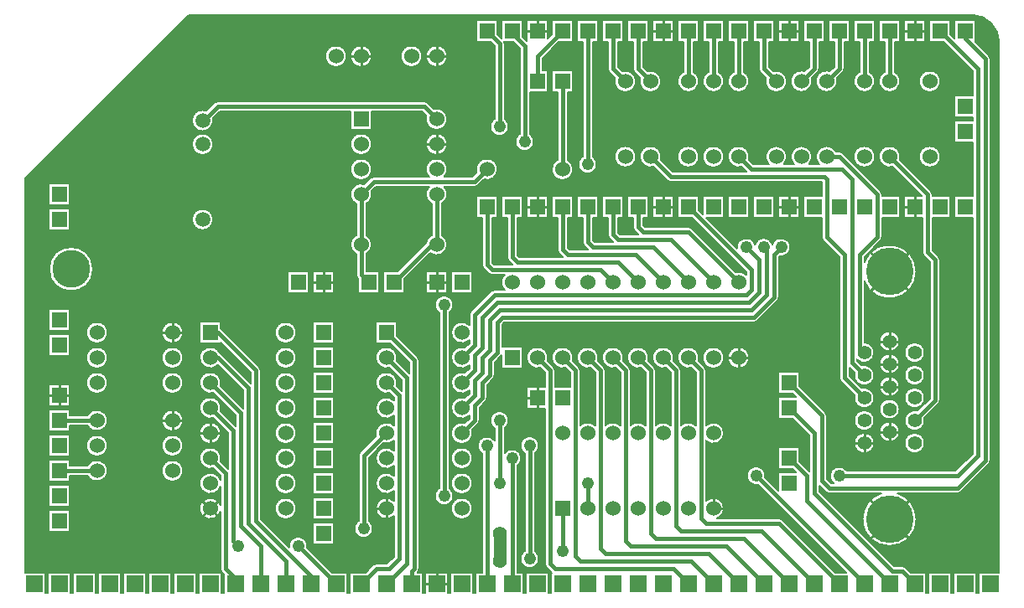
<source format=gbr>
G04 DesignSpark PCB Gerber Version 10.0 Build 5299*
G04 #@! TF.Part,Single*
G04 #@! TF.FileFunction,Copper,L1,Top*
G04 #@! TF.FilePolarity,Positive*
%FSLAX35Y35*%
%MOIN*%
G04 #@! TA.AperFunction,ComponentPad*
%ADD17R,0.06000X0.06000*%
%ADD70R,0.06500X0.06500*%
G04 #@! TD.AperFunction*
%ADD10C,0.00500*%
%ADD11C,0.01000*%
%ADD14C,0.01500*%
G04 #@! TA.AperFunction,ViaPad*
%ADD15C,0.04800*%
G04 #@! TD.AperFunction*
%ADD12C,0.05000*%
G04 #@! TA.AperFunction,ComponentPad*
%ADD97C,0.05512*%
G04 #@! TA.AperFunction,ViaPad*
%ADD13C,0.05600*%
G04 #@! TA.AperFunction,ComponentPad*
%ADD99C,0.05906*%
%ADD16C,0.06000*%
G04 #@! TA.AperFunction,WasherPad*
%ADD96C,0.15000*%
G04 #@! TA.AperFunction,ComponentPad*
%ADD98C,0.18898*%
G04 #@! TD.AperFunction*
X0Y0D02*
D02*
D10*
X45681Y181611D02*
Y24750D01*
X53750D01*
Y16632D01*
X54750D01*
Y24750D01*
X63750D01*
Y16632D01*
X64750D01*
Y24750D01*
X73750D01*
Y16632D01*
X74750D01*
Y24750D01*
X83750D01*
Y16632D01*
X84750D01*
Y24750D01*
X93750D01*
Y16632D01*
X94750D01*
Y24750D01*
X103750D01*
Y16632D01*
X104750D01*
Y24750D01*
X113750D01*
Y16632D01*
X114750D01*
Y24750D01*
X123750D01*
Y16632D01*
X124750D01*
Y23922D01*
X123837Y24834D01*
G75*
G02*
X123250Y26250I1413J1416D01*
G01*
Y48814D01*
G75*
G02*
X115000Y50250I-4000J1436D01*
G01*
G75*
G02*
X123250Y51686I4250J0D01*
G01*
Y58814D01*
G75*
G02*
X115000Y60250I-4000J1436D01*
G01*
G75*
G02*
X123250Y61686I4250J0D01*
G01*
Y63422D01*
X120487Y66184D01*
G75*
G02*
X115000Y70250I-1237J4066D01*
G01*
G75*
G02*
X123500I4250J0D01*
G01*
G75*
G02*
X123316Y69013I-4250J0D01*
G01*
X126250Y66078D01*
Y80422D01*
X120487Y86184D01*
G75*
G02*
X115000Y90250I-1237J4066D01*
G01*
G75*
G02*
X123500I4250J0D01*
G01*
G75*
G02*
X123316Y89013I-4250J0D01*
G01*
X129250Y83078D01*
Y87422D01*
X120487Y96184D01*
G75*
G02*
X115000Y100250I-1237J4066D01*
G01*
G75*
G02*
X123500I4250J0D01*
G01*
G75*
G02*
X123316Y99013I-4250J0D01*
G01*
X132250Y90078D01*
Y97422D01*
X122340Y107332D01*
G75*
G02*
X115000Y110250I-3090J2918D01*
G01*
G75*
G02*
X123094Y112063I4250J0D01*
G01*
G75*
G02*
X123666Y111663I-844J-1813D01*
G01*
X135250Y100078D01*
Y104422D01*
X123500Y116172D01*
Y116000D01*
X115000D01*
Y124500D01*
X123500D01*
Y121811D01*
G75*
G02*
X123666Y121663I-1252J-1561D01*
G01*
X138663Y106666D01*
G75*
G02*
X139250Y105250I-1413J-1416D01*
G01*
Y46078D01*
X150644Y34684D01*
G75*
G02*
X150600Y35250I3607J566D01*
G01*
G75*
G02*
X157900I3650J0D01*
G01*
G75*
G02*
X157823Y34505I-3651J0D01*
G01*
X167578Y24750D01*
X173750D01*
Y16632D01*
X174750D01*
Y24750D01*
X180922D01*
X183834Y27663D01*
G75*
G02*
X185250Y28250I1416J-1413D01*
G01*
X189422D01*
X192250Y31078D01*
Y47240D01*
G75*
G02*
X185000Y50250I-3000J3010D01*
G01*
G75*
G02*
X192250Y53260I4250J0D01*
G01*
Y57240D01*
G75*
G02*
X185000Y60250I-3000J3010D01*
G01*
G75*
G02*
X192250Y63260I4250J0D01*
G01*
Y67240D01*
G75*
G02*
X185000Y70250I-3000J3010D01*
G01*
G75*
G02*
X192250Y73260I4250J0D01*
G01*
Y77240D01*
G75*
G02*
X188013Y76184I-3000J3010D01*
G01*
X182250Y70422D01*
Y45303D01*
G75*
G02*
X183900Y42250I-2000J-3053D01*
G01*
G75*
G02*
X176600I-3650J0D01*
G01*
G75*
G02*
X178250Y45303I3650J0D01*
G01*
Y71250D01*
G75*
G02*
X178837Y72666I2000J0D01*
G01*
X185184Y79013D01*
G75*
G02*
X192250Y83260I4066J1237D01*
G01*
Y87240D01*
G75*
G02*
X185000Y90250I-3000J3010D01*
G01*
G75*
G02*
X192250Y93260I4250J0D01*
G01*
Y94422D01*
X190487Y96184D01*
G75*
G02*
X185000Y100250I-1237J4066D01*
G01*
G75*
G02*
X193500I4250J0D01*
G01*
G75*
G02*
X193316Y99013I-4250J0D01*
G01*
X195250Y97078D01*
Y101422D01*
X190487Y106184D01*
G75*
G02*
X185000Y110250I-1237J4066D01*
G01*
G75*
G02*
X193500I4250J0D01*
G01*
G75*
G02*
X193316Y109013I-4250J0D01*
G01*
X198250Y104078D01*
Y108422D01*
X190672Y116000D01*
X185000D01*
Y124500D01*
X193500D01*
Y118828D01*
X201663Y110666D01*
G75*
G02*
X202250Y109250I-1413J-1416D01*
G01*
Y26250D01*
G75*
G02*
X201663Y24834I-2000J0D01*
G01*
X201578Y24750D01*
X203750D01*
Y16632D01*
X204750D01*
Y24750D01*
X213750D01*
Y16632D01*
X214750D01*
Y24750D01*
X223750D01*
Y16632D01*
X224750D01*
Y24750D01*
X227250D01*
Y72197D01*
G75*
G02*
X225600Y75250I2000J3053D01*
G01*
G75*
G02*
X232250Y77329I3650J0D01*
G01*
Y82197D01*
G75*
G02*
X230600Y85250I2000J3053D01*
G01*
G75*
G02*
X237900I3650J0D01*
G01*
G75*
G02*
X236250Y82197I-3650J0D01*
G01*
Y72329D01*
G75*
G02*
X242900Y70250I3000J-2079D01*
G01*
G75*
G02*
X241250Y67197I-3650J0D01*
G01*
Y24750D01*
X243750D01*
Y16632D01*
X244750D01*
Y24750D01*
X253750D01*
Y16632D01*
X254750D01*
Y24750D01*
X254927D01*
G75*
G02*
X254834Y24837I1322J1499D01*
G01*
X252837Y26834D01*
G75*
G02*
X252250Y28250I1413J1416D01*
G01*
Y90000D01*
X245000D01*
Y98500D01*
X252250D01*
Y104422D01*
X250487Y106184D01*
G75*
G02*
X245000Y110250I-1237J4066D01*
G01*
G75*
G02*
X253500I4250J0D01*
G01*
G75*
G02*
X253316Y109013I-4250J0D01*
G01*
X255663Y106666D01*
G75*
G02*
X256250Y105250I-1413J-1416D01*
G01*
Y98500D01*
X262250D01*
Y104422D01*
X260487Y106184D01*
G75*
G02*
X255000Y110250I-1237J4066D01*
G01*
G75*
G02*
X263500I4250J0D01*
G01*
G75*
G02*
X263316Y109013I-4250J0D01*
G01*
X265663Y106666D01*
G75*
G02*
X266250Y105250I-1413J-1416D01*
G01*
Y83260D01*
G75*
G02*
X272250I3000J-3010D01*
G01*
Y104422D01*
X270487Y106184D01*
G75*
G02*
X265000Y110250I-1237J4066D01*
G01*
G75*
G02*
X273500I4250J0D01*
G01*
G75*
G02*
X273316Y109013I-4250J0D01*
G01*
X275663Y106666D01*
G75*
G02*
X276250Y105250I-1413J-1416D01*
G01*
Y83260D01*
G75*
G02*
X282250I3000J-3010D01*
G01*
Y104422D01*
X280487Y106184D01*
G75*
G02*
X275000Y110250I-1237J4066D01*
G01*
G75*
G02*
X283500I4250J0D01*
G01*
G75*
G02*
X283316Y109013I-4250J0D01*
G01*
X285663Y106666D01*
G75*
G02*
X286250Y105250I-1413J-1416D01*
G01*
Y83260D01*
G75*
G02*
X292250I3000J-3010D01*
G01*
Y104422D01*
X290487Y106184D01*
G75*
G02*
X285000Y110250I-1237J4066D01*
G01*
G75*
G02*
X293500I4250J0D01*
G01*
G75*
G02*
X293316Y109013I-4250J0D01*
G01*
X295663Y106666D01*
G75*
G02*
X296250Y105250I-1413J-1416D01*
G01*
Y83260D01*
G75*
G02*
X302250I3000J-3010D01*
G01*
Y104422D01*
X300487Y106184D01*
G75*
G02*
X295000Y110250I-1237J4066D01*
G01*
G75*
G02*
X303500I4250J0D01*
G01*
G75*
G02*
X303316Y109013I-4250J0D01*
G01*
X305663Y106666D01*
G75*
G02*
X306250Y105250I-1413J-1416D01*
G01*
Y83260D01*
G75*
G02*
X312250I3000J-3010D01*
G01*
Y104422D01*
X310487Y106184D01*
G75*
G02*
X305000Y110250I-1237J4066D01*
G01*
G75*
G02*
X313500I4250J0D01*
G01*
G75*
G02*
X313316Y109013I-4250J0D01*
G01*
X315663Y106666D01*
G75*
G02*
X316250Y105250I-1413J-1416D01*
G01*
Y83260D01*
G75*
G02*
X323500Y80250I3000J-3010D01*
G01*
G75*
G02*
X316250Y77240I-4250J0D01*
G01*
Y53260D01*
G75*
G02*
X323500Y50250I3000J-3010D01*
G01*
G75*
G02*
X320686Y46250I-4250J0D01*
G01*
X345250D01*
G75*
G02*
X346666Y45663I0J-2000D01*
G01*
X367578Y24750D01*
X371922D01*
X336995Y59677D01*
G75*
G02*
X332600Y63250I-745J3573D01*
G01*
G75*
G02*
X339900I3650J0D01*
G01*
G75*
G02*
X339823Y62505I-3651J0D01*
G01*
X345000Y57328D01*
Y64500D01*
X352172D01*
X350672Y66000D01*
X345000D01*
Y74500D01*
X353500D01*
Y68828D01*
X357250Y65078D01*
Y79422D01*
X350672Y86000D01*
X345000D01*
Y94500D01*
X352172D01*
X350672Y96000D01*
X345000D01*
Y104500D01*
X353500D01*
Y98828D01*
X363663Y88666D01*
G75*
G02*
X364250Y87250I-1413J-1416D01*
G01*
Y62078D01*
X366078Y60250D01*
X367171D01*
G75*
G02*
X365600Y63250I2079J3000D01*
G01*
G75*
G02*
X372303Y65250I3650J0D01*
G01*
X415422D01*
X422250Y72078D01*
Y166000D01*
X415000D01*
Y174500D01*
X422250D01*
Y196000D01*
X415000D01*
Y204500D01*
X422250D01*
Y206000D01*
X415000D01*
Y214500D01*
X422250D01*
Y224422D01*
X410672Y236000D01*
X405000D01*
Y244500D01*
X413500D01*
Y238828D01*
X415000Y237328D01*
Y244500D01*
X423500D01*
Y236000D01*
X423328D01*
X428663Y230666D01*
G75*
G02*
X429250Y229250I-1413J-1416D01*
G01*
Y69250D01*
G75*
G02*
X428663Y67834I-2000J0D01*
G01*
X417666Y56837D01*
G75*
G02*
X416250Y56250I-1416J1413D01*
G01*
X392413D01*
G75*
G02*
X399949Y46030I-3163J-10220D01*
G01*
G75*
G02*
X378551I-10699J0D01*
G01*
G75*
G02*
X386087Y56250I10699J0D01*
G01*
X365250D01*
G75*
G02*
X363834Y56837I0J2000D01*
G01*
X361250Y59422D01*
Y57078D01*
X391078Y27250D01*
X394250D01*
G75*
G02*
X395666Y26663I0J-2000D01*
G01*
X397578Y24750D01*
X403750D01*
Y16632D01*
X404750D01*
Y24750D01*
X413750D01*
Y16632D01*
X414750D01*
Y24750D01*
X423750D01*
Y16632D01*
X424750D01*
Y24750D01*
X432881D01*
Y235250D01*
Y235250D01*
G75*
G02*
X432882Y235301I1485J2D01*
G01*
G75*
G03*
X432888Y235676I-11077J374D01*
G01*
G75*
G03*
X422224Y246732I-11064J0D01*
G01*
X110802D01*
X45681Y181611D01*
X112047Y165250D02*
G75*
G02*
X120453I4203J0D01*
G01*
G75*
G02*
X112047I-4203J0D01*
G01*
X115000Y80250D02*
G75*
G02*
X123500I4250J0D01*
G01*
G75*
G02*
X115000I-4250J0D01*
G01*
X112047Y195171D02*
G75*
G02*
X120453I4203J0D01*
G01*
G75*
G02*
X112047I-4203J0D01*
G01*
X208013Y209316D02*
G75*
G02*
X213500Y205250I1237J-4066D01*
G01*
G75*
G02*
X205000I-4250J0D01*
G01*
G75*
G02*
X205184Y206487I4250J0D01*
G01*
X203422Y208250D01*
X183500D01*
Y201000D01*
X175000D01*
Y208250D01*
X123078D01*
X120354Y205526D01*
G75*
G02*
X116250Y200417I-4104J-906D01*
G01*
G75*
G02*
Y208823I0J4203D01*
G01*
G75*
G02*
X117726Y208555I0J-4202D01*
G01*
X120834Y211663D01*
G75*
G02*
X122250Y212250I1416J-1413D01*
G01*
X204250D01*
G75*
G02*
X205666Y211663I0J-2000D01*
G01*
X208013Y209316D01*
X225000Y185250D02*
G75*
G02*
X233500I4250J0D01*
G01*
G75*
G02*
X228013Y181184I-4250J0D01*
G01*
X225666Y178837D01*
G75*
G02*
X224250Y178250I-1416J1413D01*
G01*
X212260D01*
G75*
G02*
X211250Y171500I-3010J-3000D01*
G01*
Y159000D01*
G75*
G02*
X213500Y155250I-2000J-3750D01*
G01*
G75*
G02*
X206688Y151859I-4250J0D01*
G01*
X196500Y141672D01*
Y136000D01*
X188000D01*
Y144500D01*
X193672D01*
X205046Y155874D01*
G75*
G02*
X207250Y159000I4204J-625D01*
G01*
Y171500D01*
G75*
G02*
X206240Y178250I2000J3750D01*
G01*
X185078D01*
X183316Y176487D01*
G75*
G02*
X181250Y171500I-4066J-1237D01*
G01*
Y159000D01*
G75*
G02*
Y151500I-2000J-3750D01*
G01*
Y144500D01*
X186500D01*
Y136000D01*
X178000D01*
Y141672D01*
X177837Y141834D01*
G75*
G02*
X177250Y143250I1413J1416D01*
G01*
Y151500D01*
G75*
G02*
Y159000I2000J3750D01*
G01*
Y171500D01*
G75*
G02*
X180487Y179316I2000J3750D01*
G01*
X182834Y181663D01*
G75*
G02*
X184250Y182250I1416J-1413D01*
G01*
X206240D01*
G75*
G02*
X205000Y185250I3010J3000D01*
G01*
G75*
G02*
X213500I4250J0D01*
G01*
G75*
G02*
X212260Y182250I-4250J0D01*
G01*
X223422D01*
X225184Y184013D01*
G75*
G02*
X225000Y185250I4066J1238D01*
G01*
X342750Y155287D02*
G75*
G02*
X349900Y154250I3500J-1037D01*
G01*
G75*
G02*
X345505Y150677I-3650J0D01*
G01*
X345250Y150422D01*
Y134250D01*
G75*
G02*
X344663Y132834I-2000J0D01*
G01*
X336666Y124837D01*
G75*
G02*
X335250Y124250I-1416J1413D01*
G01*
X236078D01*
X235250Y123422D01*
Y114500D01*
X243500D01*
Y106000D01*
X235000D01*
Y111282D01*
G75*
G02*
X234663Y110834I-1750J968D01*
G01*
X232250Y108422D01*
Y103250D01*
G75*
G02*
X231663Y101834I-2000J0D01*
G01*
X229250Y99422D01*
Y94250D01*
G75*
G02*
X228663Y92834I-2000J0D01*
G01*
X226250Y90422D01*
Y85250D01*
G75*
G02*
X225663Y83834I-2000J0D01*
G01*
X223316Y81487D01*
G75*
G02*
X223500Y80250I-4066J-1238D01*
G01*
G75*
G02*
X215000I-4250J0D01*
G01*
G75*
G02*
X220487Y84316I4250J0D01*
G01*
X222250Y86078D01*
Y87240D01*
G75*
G02*
X215000Y90250I-3000J3010D01*
G01*
G75*
G02*
X220487Y94316I4250J0D01*
G01*
X222250Y96078D01*
Y97240D01*
G75*
G02*
X215000Y100250I-3000J3010D01*
G01*
G75*
G02*
X220487Y104316I4250J0D01*
G01*
X222250Y106078D01*
Y107240D01*
G75*
G02*
X215000Y110250I-3000J3010D01*
G01*
G75*
G02*
X220487Y114316I4250J0D01*
G01*
X222250Y116078D01*
Y117240D01*
G75*
G02*
X215000Y120250I-3000J3010D01*
G01*
G75*
G02*
X222250Y123260I4250J0D01*
G01*
Y127250D01*
G75*
G02*
X222837Y128666I2000J0D01*
G01*
X230834Y136663D01*
G75*
G02*
X232250Y137250I1416J-1413D01*
G01*
X236240D01*
G75*
G02*
Y143250I3010J3000D01*
G01*
X231250D01*
G75*
G02*
X229834Y143837I0J2000D01*
G01*
X227837Y145834D01*
G75*
G02*
X227250Y147250I1413J1416D01*
G01*
Y166000D01*
X225000D01*
Y174500D01*
X233500D01*
Y166000D01*
X231250D01*
Y148078D01*
X232078Y147250D01*
X239422D01*
X237837Y148834D01*
G75*
G02*
X237250Y150250I1413J1416D01*
G01*
Y166000D01*
X235000D01*
Y174500D01*
X243500D01*
Y166000D01*
X241250D01*
Y151078D01*
X242078Y150250D01*
X259422D01*
X257837Y151834D01*
G75*
G02*
X257250Y153250I1413J1416D01*
G01*
Y166000D01*
X255000D01*
Y174500D01*
X263500D01*
Y166000D01*
X261250D01*
Y154078D01*
X262078Y153250D01*
X269422D01*
X267837Y154834D01*
G75*
G02*
X267250Y156250I1413J1416D01*
G01*
Y166000D01*
X265000D01*
Y174500D01*
X273500D01*
Y166000D01*
X271250D01*
Y157078D01*
X272078Y156250D01*
X279422D01*
X277837Y157834D01*
G75*
G02*
X277250Y159250I1413J1416D01*
G01*
Y166000D01*
X275000D01*
Y174500D01*
X283500D01*
Y166000D01*
X281250D01*
Y160078D01*
X282078Y159250D01*
X289422D01*
X287837Y160834D01*
G75*
G02*
X287250Y162250I1413J1416D01*
G01*
Y166000D01*
X285000D01*
Y174500D01*
X293500D01*
Y166000D01*
X291250D01*
Y163078D01*
X292078Y162250D01*
X309250D01*
G75*
G02*
X310666Y161663I0J-2000D01*
G01*
X328013Y144316D01*
G75*
G02*
X332250Y143260I1237J-4066D01*
G01*
Y144422D01*
X310672Y166000D01*
X305000D01*
Y174500D01*
X313500D01*
Y168828D01*
X315000Y167328D01*
Y174500D01*
X323500D01*
Y166000D01*
X316328D01*
X328644Y153684D01*
G75*
G02*
X335750Y155287I3606J566D01*
G01*
G75*
G02*
X342750I3500J-1037D01*
G01*
X315000Y110250D02*
G75*
G02*
X323500I4250J0D01*
G01*
G75*
G02*
X315000I-4250J0D01*
G01*
X325000D02*
G75*
G02*
X333500I4250J0D01*
G01*
G75*
G02*
X325000I-4250J0D01*
G01*
X242600Y75250D02*
G75*
G02*
X249900I3650J0D01*
G01*
G75*
G02*
X248250Y72197I-3650J0D01*
G01*
Y33303D01*
G75*
G02*
X249900Y30250I-2000J-3053D01*
G01*
G75*
G02*
X242600I-3650J0D01*
G01*
G75*
G02*
X244250Y33303I3650J0D01*
G01*
Y72197D01*
G75*
G02*
X242600Y75250I2000J3053D01*
G01*
X215000Y144500D02*
X223500D01*
Y136000D01*
X215000D01*
Y144500D01*
X205000D02*
X213500D01*
Y136000D01*
X205000D01*
Y144500D01*
X208600Y131250D02*
G75*
G02*
X215900I3650J0D01*
G01*
G75*
G02*
X214250Y128197I-3650J0D01*
G01*
Y58303D01*
G75*
G02*
X215900Y55250I-2000J-3053D01*
G01*
G75*
G02*
X208600I-3650J0D01*
G01*
G75*
G02*
X210250Y58303I3650J0D01*
G01*
Y128197D01*
G75*
G02*
X208600Y131250I2000J3053D01*
G01*
X215000Y60250D02*
G75*
G02*
X223500I4250J0D01*
G01*
G75*
G02*
X215000I-4250J0D01*
G01*
Y70250D02*
G75*
G02*
X223500I4250J0D01*
G01*
G75*
G02*
X215000I-4250J0D01*
G01*
Y50250D02*
G75*
G02*
X223500I4250J0D01*
G01*
G75*
G02*
X215000I-4250J0D01*
G01*
X205000Y195250D02*
G75*
G02*
X213500I4250J0D01*
G01*
G75*
G02*
X205000I-4250J0D01*
G01*
X145000Y50250D02*
G75*
G02*
X153500I4250J0D01*
G01*
G75*
G02*
X145000I-4250J0D01*
G01*
Y60250D02*
G75*
G02*
X153500I4250J0D01*
G01*
G75*
G02*
X145000I-4250J0D01*
G01*
Y70250D02*
G75*
G02*
X153500I4250J0D01*
G01*
G75*
G02*
X145000I-4250J0D01*
G01*
Y80250D02*
G75*
G02*
X153500I4250J0D01*
G01*
G75*
G02*
X145000I-4250J0D01*
G01*
Y90250D02*
G75*
G02*
X153500I4250J0D01*
G01*
G75*
G02*
X145000I-4250J0D01*
G01*
Y100250D02*
G75*
G02*
X153500I4250J0D01*
G01*
G75*
G02*
X145000I-4250J0D01*
G01*
Y110250D02*
G75*
G02*
X153500I4250J0D01*
G01*
G75*
G02*
X145000I-4250J0D01*
G01*
Y120250D02*
G75*
G02*
X153500I4250J0D01*
G01*
G75*
G02*
X145000I-4250J0D01*
G01*
X150000Y144500D02*
X158500D01*
Y136000D01*
X150000D01*
Y144500D01*
X160000Y44500D02*
X168500D01*
Y36000D01*
X160000D01*
Y44500D01*
Y54500D02*
X168500D01*
Y46000D01*
X160000D01*
Y54500D01*
Y64500D02*
X168500D01*
Y56000D01*
X160000D01*
Y64500D01*
Y74500D02*
X168500D01*
Y66000D01*
X160000D01*
Y74500D01*
Y84500D02*
X168500D01*
Y76000D01*
X160000D01*
Y84500D01*
Y94500D02*
X168500D01*
Y86000D01*
X160000D01*
Y94500D01*
Y104500D02*
X168500D01*
Y96000D01*
X160000D01*
Y104500D01*
Y114500D02*
X168500D01*
Y106000D01*
X160000D01*
Y114500D01*
Y124500D02*
X168500D01*
Y116000D01*
X160000D01*
Y124500D01*
Y144500D02*
X168500D01*
Y136000D01*
X160000D01*
Y144500D01*
X175000Y185250D02*
G75*
G02*
X183500I4250J0D01*
G01*
G75*
G02*
X175000I-4250J0D01*
G01*
Y195250D02*
G75*
G02*
X183500I4250J0D01*
G01*
G75*
G02*
X175000I-4250J0D01*
G01*
X165000Y230250D02*
G75*
G02*
X173500I4250J0D01*
G01*
G75*
G02*
X165000I-4250J0D01*
G01*
X175000D02*
G75*
G02*
X183500I4250J0D01*
G01*
G75*
G02*
X175000I-4250J0D01*
G01*
X195000D02*
G75*
G02*
X203500I4250J0D01*
G01*
G75*
G02*
X195000I-4250J0D01*
G01*
X205000D02*
G75*
G02*
X213500I4250J0D01*
G01*
G75*
G02*
X205000I-4250J0D01*
G01*
X255000Y244500D02*
X263500D01*
Y236000D01*
X257828D01*
X251250Y229422D01*
Y224500D01*
X253500D01*
Y216000D01*
X246250D01*
Y199303D01*
G75*
G02*
X247900Y196250I-2000J-3053D01*
G01*
G75*
G02*
X240600I-3650J0D01*
G01*
G75*
G02*
X242250Y199303I3650J0D01*
G01*
Y233422D01*
X239672Y236000D01*
X236104D01*
G75*
G02*
X236250Y235250I-1854J-750D01*
G01*
Y205303D01*
G75*
G02*
X237900Y202250I-2000J-3053D01*
G01*
G75*
G02*
X230600I-3650J0D01*
G01*
G75*
G02*
X232250Y205303I3650J0D01*
G01*
Y234422D01*
X230672Y236000D01*
X225000D01*
Y244500D01*
X233500D01*
Y238828D01*
X235000Y237328D01*
Y244500D01*
X243500D01*
Y237828D01*
X245000Y236328D01*
Y244500D01*
X253500D01*
Y237328D01*
X255000Y238828D01*
Y244500D01*
Y224500D02*
X263500D01*
Y216000D01*
X261250D01*
Y189000D01*
G75*
G02*
X263500Y185250I-2000J-3750D01*
G01*
G75*
G02*
X255000I-4250J0D01*
G01*
G75*
G02*
X257250Y189000I4250J0D01*
G01*
Y216000D01*
X255000D01*
Y224500D01*
X245000Y174500D02*
X253500D01*
Y166000D01*
X245000D01*
Y174500D01*
X265000Y244500D02*
X273500D01*
Y236000D01*
X271250D01*
Y190303D01*
G75*
G02*
X272900Y187250I-2000J-3053D01*
G01*
G75*
G02*
X265600I-3650J0D01*
G01*
G75*
G02*
X267250Y190303I3650J0D01*
G01*
Y236000D01*
X265000D01*
Y244500D01*
X283013Y224316D02*
G75*
G02*
X288500Y220250I1237J-4066D01*
G01*
G75*
G02*
X280000I-4250J0D01*
G01*
G75*
G02*
X280184Y221487I4250J0D01*
G01*
X277837Y223834D01*
G75*
G02*
X277250Y225250I1413J1416D01*
G01*
Y236000D01*
X275000D01*
Y244500D01*
X283500D01*
Y236000D01*
X281250D01*
Y226078D01*
X283013Y224316D01*
X284250Y194500D02*
G75*
G02*
Y186000I0J-4250D01*
G01*
G75*
G02*
Y194500I0J4250D01*
G01*
X293013Y224316D02*
G75*
G02*
X298500Y220250I1237J-4066D01*
G01*
G75*
G02*
X290000I-4250J0D01*
G01*
G75*
G02*
X290184Y221487I4250J0D01*
G01*
X287837Y223834D01*
G75*
G02*
X287250Y225250I1413J1416D01*
G01*
Y236000D01*
X285000D01*
Y244500D01*
X293500D01*
Y236000D01*
X291250D01*
Y226078D01*
X293013Y224316D01*
X379250Y148297D02*
G75*
G02*
X399949Y144494I10000J-3803D01*
G01*
G75*
G02*
X379250Y140691I-10699J0D01*
G01*
Y116256D01*
G75*
G02*
X383256Y112250I0J-4006D01*
G01*
G75*
G02*
X376250Y109595I-4006J0D01*
G01*
Y109082D01*
X378210Y107122D01*
G75*
G02*
X383256Y103254I1040J-3869D01*
G01*
G75*
G02*
X375244I-4006J0D01*
G01*
G75*
G02*
X375381Y104294I4006J0D01*
G01*
X373250Y106426D01*
Y103086D01*
X378210Y98126D01*
G75*
G02*
X383256Y94258I1040J-3869D01*
G01*
G75*
G02*
X375244I-4006J0D01*
G01*
G75*
G02*
X375381Y95298I4006J0D01*
G01*
X369837Y100842D01*
G75*
G02*
X369250Y102258I1413J1416D01*
G01*
Y150422D01*
X362837Y156834D01*
G75*
G02*
X362250Y158250I1413J1416D01*
G01*
Y166000D01*
X355000D01*
Y174500D01*
X362250D01*
Y180250D01*
X302250D01*
G75*
G02*
X300834Y180837I0J2000D01*
G01*
X295487Y186184D01*
G75*
G02*
X290000Y190250I-1237J4066D01*
G01*
G75*
G02*
X298500I4250J0D01*
G01*
G75*
G02*
X298316Y189013I-4250J0D01*
G01*
X303078Y184250D01*
X332422D01*
X330487Y186184D01*
G75*
G02*
X325000Y190250I-1237J4066D01*
G01*
G75*
G02*
X333500I4250J0D01*
G01*
G75*
G02*
X333316Y189013I-4250J0D01*
G01*
X335078Y187250D01*
X341240D01*
G75*
G02*
X344250Y194500I3010J3000D01*
G01*
G75*
G02*
X347260Y187250I0J-4250D01*
G01*
X351240D01*
G75*
G02*
X354250Y194500I3010J3000D01*
G01*
G75*
G02*
X357260Y187250I0J-4250D01*
G01*
X361240D01*
G75*
G02*
X364250Y194500I3010J3000D01*
G01*
G75*
G02*
X368000Y192250I0J-4250D01*
G01*
X369250D01*
G75*
G02*
X370666Y191663I0J-2000D01*
G01*
X385663Y176666D01*
G75*
G02*
X386250Y175250I-1413J-1416D01*
G01*
Y174500D01*
X393500D01*
Y166000D01*
X386250D01*
Y158250D01*
G75*
G02*
X385663Y156834I-2000J0D01*
G01*
X379250Y150422D01*
Y148297D01*
X385244Y80762D02*
G75*
G02*
X393256I4006J0D01*
G01*
G75*
G02*
X385244I-4006J0D01*
G01*
Y89758D02*
G75*
G02*
X393256I4006J0D01*
G01*
G75*
G02*
X385244I-4006J0D01*
G01*
Y98754D02*
G75*
G02*
X393256I4006J0D01*
G01*
G75*
G02*
X385244I-4006J0D01*
G01*
Y107750D02*
G75*
G02*
X393256I4006J0D01*
G01*
G75*
G02*
X385244I-4006J0D01*
G01*
Y116746D02*
G75*
G02*
X393256I4006J0D01*
G01*
G75*
G02*
X385244I-4006J0D01*
G01*
X395244Y76266D02*
G75*
G02*
X403256I4006J0D01*
G01*
G75*
G02*
X395244I-4006J0D01*
G01*
X406250Y174500D02*
X413500D01*
Y166000D01*
X406250D01*
Y153078D01*
X408663Y150666D01*
G75*
G02*
X409250Y149250I-1413J-1416D01*
G01*
Y93262D01*
G75*
G02*
X408663Y91846I-2000J0D01*
G01*
X403119Y86302D01*
G75*
G02*
X403256Y85262I-3869J-1040D01*
G01*
G75*
G02*
X395244I-4006J0D01*
G01*
G75*
G02*
X400290Y89130I4006J0D01*
G01*
X405250Y94090D01*
Y148422D01*
X402837Y150834D01*
G75*
G02*
X402250Y152250I1413J1416D01*
G01*
Y166000D01*
X395000D01*
Y174500D01*
X402172D01*
X390487Y186184D01*
G75*
G02*
X385000Y190250I-1237J4066D01*
G01*
G75*
G02*
X393500I4250J0D01*
G01*
G75*
G02*
X393316Y189013I-4250J0D01*
G01*
X405663Y176666D01*
G75*
G02*
X406250Y175250I-1413J-1416D01*
G01*
Y174500D01*
X395244Y94258D02*
G75*
G02*
X403256I4006J0D01*
G01*
G75*
G02*
X395244I-4006J0D01*
G01*
Y103254D02*
G75*
G02*
X403256I4006J0D01*
G01*
G75*
G02*
X395244I-4006J0D01*
G01*
Y112250D02*
G75*
G02*
X403256I4006J0D01*
G01*
G75*
G02*
X395244I-4006J0D01*
G01*
X375244Y76266D02*
G75*
G02*
X383256I4006J0D01*
G01*
G75*
G02*
X375244I-4006J0D01*
G01*
Y85262D02*
G75*
G02*
X383256I4006J0D01*
G01*
G75*
G02*
X375244I-4006J0D01*
G01*
X325000Y174500D02*
X333500D01*
Y166000D01*
X325000D01*
Y174500D01*
X335000D02*
X343500D01*
Y166000D01*
X335000D01*
Y174500D01*
X345000D02*
X353500D01*
Y166000D01*
X345000D01*
Y174500D01*
X295000D02*
X303500D01*
Y166000D01*
X295000D01*
Y174500D01*
Y244500D02*
X303500D01*
Y236000D01*
X295000D01*
Y244500D01*
X309250Y194500D02*
G75*
G02*
Y186000I0J-4250D01*
G01*
G75*
G02*
Y194500I0J4250D01*
G01*
X305000Y244500D02*
X313500D01*
Y236000D01*
X311250D01*
Y224000D01*
G75*
G02*
X309250Y216000I-2000J-3750D01*
G01*
G75*
G02*
X307250Y224000I0J4250D01*
G01*
Y236000D01*
X305000D01*
Y244500D01*
X315000Y190250D02*
G75*
G02*
X323500I4250J0D01*
G01*
G75*
G02*
X315000I-4250J0D01*
G01*
Y244500D02*
X323500D01*
Y236000D01*
X321250D01*
Y224000D01*
G75*
G02*
X319250Y216000I-2000J-3750D01*
G01*
G75*
G02*
X317250Y224000I0J4250D01*
G01*
Y236000D01*
X315000D01*
Y244500D01*
X325000D02*
X333500D01*
Y236000D01*
X331250D01*
Y224000D01*
G75*
G02*
X329250Y216000I-2000J-3750D01*
G01*
G75*
G02*
X327250Y224000I0J4250D01*
G01*
Y236000D01*
X325000D01*
Y244500D01*
X343013Y224316D02*
G75*
G02*
X348500Y220250I1237J-4066D01*
G01*
G75*
G02*
X340000I-4250J0D01*
G01*
G75*
G02*
X340184Y221487I4250J0D01*
G01*
X337837Y223834D01*
G75*
G02*
X337250Y225250I1413J1416D01*
G01*
Y236000D01*
X335000D01*
Y244500D01*
X343500D01*
Y236000D01*
X341250D01*
Y226078D01*
X343013Y224316D01*
X345000Y244500D02*
X353500D01*
Y236000D01*
X345000D01*
Y244500D01*
X355000D02*
X363500D01*
Y236000D01*
X361250D01*
Y225250D01*
G75*
G02*
X360663Y223834I-2000J0D01*
G01*
X358316Y221487D01*
G75*
G02*
X354250Y216000I-4066J-1237D01*
G01*
G75*
G02*
Y224500I0J4250D01*
G01*
G75*
G02*
X355487Y224316I0J-4250D01*
G01*
X357250Y226078D01*
Y236000D01*
X355000D01*
Y244500D01*
X365000D02*
X373500D01*
Y236000D01*
X371250D01*
Y225250D01*
G75*
G02*
X370663Y223834I-2000J0D01*
G01*
X368316Y221487D01*
G75*
G02*
X364250Y216000I-4066J-1237D01*
G01*
G75*
G02*
Y224500I0J4250D01*
G01*
G75*
G02*
X365487Y224316I0J-4250D01*
G01*
X367250Y226078D01*
Y236000D01*
X365000D01*
Y244500D01*
X379250Y194500D02*
G75*
G02*
Y186000I0J-4250D01*
G01*
G75*
G02*
Y194500I0J4250D01*
G01*
X375000Y244500D02*
X383500D01*
Y236000D01*
X381250D01*
Y224000D01*
G75*
G02*
X379250Y216000I-2000J-3750D01*
G01*
G75*
G02*
X377250Y224000I0J4250D01*
G01*
Y236000D01*
X375000D01*
Y244500D01*
X385000D02*
X393500D01*
Y236000D01*
X391250D01*
Y224000D01*
G75*
G02*
X389250Y216000I-2000J-3750D01*
G01*
G75*
G02*
X387250Y224000I0J4250D01*
G01*
Y236000D01*
X385000D01*
Y244500D01*
X395000D02*
X403500D01*
Y236000D01*
X395000D01*
Y244500D01*
X405250Y194500D02*
G75*
G02*
Y186000I0J-4250D01*
G01*
G75*
G02*
Y194500I0J4250D01*
G01*
X401000Y220250D02*
G75*
G02*
X409500I4250J0D01*
G01*
G75*
G02*
X401000I-4250J0D01*
G01*
X55000Y49500D02*
X63500D01*
Y41000D01*
X55000D01*
Y49500D01*
Y59500D02*
X63500D01*
Y51000D01*
X55000D01*
Y59500D01*
X70500Y67250D02*
G75*
G02*
X78500Y65250I3750J-2000D01*
G01*
G75*
G02*
X70500Y63250I-4250J0D01*
G01*
X63500D01*
Y61000D01*
X55000D01*
Y69500D01*
X63500D01*
Y67250D01*
X70500D01*
X55000Y79500D02*
X63500D01*
Y71000D01*
X55000D01*
Y79500D01*
X70500Y87250D02*
G75*
G02*
X78500Y85250I3750J-2000D01*
G01*
G75*
G02*
X70500Y83250I-4250J0D01*
G01*
X63500D01*
Y81000D01*
X55000D01*
Y89500D01*
X63500D01*
Y87250D01*
X70500D01*
X70000Y75250D02*
G75*
G02*
X78500I4250J0D01*
G01*
G75*
G02*
X70000I-4250J0D01*
G01*
X55000Y99500D02*
X63500D01*
Y91000D01*
X55000D01*
Y99500D01*
Y119500D02*
X63500D01*
Y111000D01*
X55000D01*
Y119500D01*
Y129500D02*
X63500D01*
Y121000D01*
X55000D01*
Y129500D01*
Y169500D02*
X63500D01*
Y161000D01*
X55000D01*
Y169500D01*
X55231Y145532D02*
G75*
G02*
X72731I8750J0D01*
G01*
G75*
G02*
X55231I-8750J0D01*
G01*
X70000Y100250D02*
G75*
G02*
X78500I4250J0D01*
G01*
G75*
G02*
X70000I-4250J0D01*
G01*
Y110250D02*
G75*
G02*
X78500I4250J0D01*
G01*
G75*
G02*
X70000I-4250J0D01*
G01*
Y120250D02*
G75*
G02*
X78500I4250J0D01*
G01*
G75*
G02*
X70000I-4250J0D01*
G01*
X55000Y179500D02*
X63500D01*
Y171000D01*
X55000D01*
Y179500D01*
X100000Y65250D02*
G75*
G02*
X108500I4250J0D01*
G01*
G75*
G02*
X100000I-4250J0D01*
G01*
Y75250D02*
G75*
G02*
X108500I4250J0D01*
G01*
G75*
G02*
X100000I-4250J0D01*
G01*
Y85250D02*
G75*
G02*
X108500I4250J0D01*
G01*
G75*
G02*
X100000I-4250J0D01*
G01*
Y100250D02*
G75*
G02*
X108500I4250J0D01*
G01*
G75*
G02*
X100000I-4250J0D01*
G01*
Y110250D02*
G75*
G02*
X108500I4250J0D01*
G01*
G75*
G02*
X100000I-4250J0D01*
G01*
Y120250D02*
G75*
G02*
X108500I4250J0D01*
G01*
G75*
G02*
X100000I-4250J0D01*
G01*
X45931Y40250D02*
G36*
X45931Y40250D02*
Y24750D01*
X53750D01*
Y16882D01*
X54750D01*
Y24750D01*
X63750D01*
Y16882D01*
X64750D01*
Y24750D01*
X73750D01*
Y16882D01*
X74750D01*
Y24750D01*
X83750D01*
Y16882D01*
X84750D01*
Y24750D01*
X93750D01*
Y16882D01*
X94750D01*
Y24750D01*
X103750D01*
Y16882D01*
X104750D01*
Y24750D01*
X113750D01*
Y16882D01*
X114750D01*
Y24750D01*
X123750D01*
Y16882D01*
X124750D01*
Y23922D01*
X123837Y24834D01*
G75*
G02*
X123250Y26250I1413J1416D01*
G01*
Y40250D01*
X45931D01*
G37*
X150600Y35249D02*
G36*
X150600Y35249D02*
G75*
G02*
Y35250I4511J0D01*
G01*
G75*
G02*
X157900I3650J0D01*
G01*
G75*
G02*
X157823Y34505I-3661J1D01*
G01*
X167578Y24750D01*
X173750D01*
Y16882D01*
X174750D01*
Y24750D01*
X180922D01*
X183834Y27663D01*
G75*
G02*
X185250Y28250I1416J-1413D01*
G01*
X189422D01*
X192250Y31078D01*
Y40250D01*
X183303D01*
G75*
G02*
X177197I-3053J2000D01*
G01*
X168500D01*
Y36000D01*
X160000D01*
Y40250D01*
X145078D01*
X150644Y34684D01*
G75*
G02*
X150600Y35249I3598J565D01*
G01*
G37*
X201663Y24834D02*
G36*
X201663Y24834D02*
X201578Y24750D01*
X203750D01*
Y16882D01*
X204750D01*
Y24750D01*
X213750D01*
Y16882D01*
X214750D01*
Y24750D01*
X223750D01*
Y16882D01*
X224750D01*
Y24750D01*
X227250D01*
Y40250D01*
X202250D01*
Y26250D01*
G75*
G02*
X201663Y24834I-2000J0D01*
G01*
G37*
X241250Y40250D02*
G36*
X241250Y40250D02*
Y24750D01*
X243750D01*
Y16882D01*
X244750D01*
Y24750D01*
X253750D01*
Y16882D01*
X254750D01*
Y24750D01*
X254927D01*
G75*
G02*
X254834Y24837I1205J1374D01*
G01*
X252837Y26834D01*
G75*
G02*
X252250Y28250I1413J1416D01*
G01*
Y40250D01*
X248250D01*
Y33303D01*
G75*
G02*
X249900Y30250I-2000J-3053D01*
G01*
G75*
G02*
X242600I-3650J0D01*
G01*
G75*
G02*
X244250Y33303I3651J-1D01*
G01*
Y40250D01*
X241250D01*
G37*
X356422D02*
G36*
X356422Y40250D02*
X352078D01*
X367578Y24750D01*
X371922D01*
X356422Y40250D01*
G37*
X380246D02*
G36*
X380246Y40250D02*
X378078D01*
X391078Y27250D01*
X394250D01*
G75*
G02*
X395666Y26663I0J-2000D01*
G01*
X397578Y24750D01*
X403750D01*
Y16882D01*
X404750D01*
Y24750D01*
X413750D01*
Y16882D01*
X414750D01*
Y24750D01*
X423750D01*
Y16882D01*
X424750D01*
Y24750D01*
X432638D01*
Y40250D01*
X398254D01*
G75*
G02*
X380246I-9004J5780D01*
G01*
G37*
X45931Y45250D02*
G36*
X45931Y45250D02*
Y40250D01*
X123250D01*
Y45250D01*
X63500D01*
Y41000D01*
X55000D01*
Y45250D01*
X45931D01*
G37*
X140078D02*
G36*
X140078Y45250D02*
X145078Y40250D01*
X160000D01*
Y44500D01*
X168500D01*
Y40250D01*
X177197D01*
G75*
G02*
X176600Y42250I3053J2000D01*
G01*
G75*
G02*
X178171Y45250I3651J-1D01*
G01*
X140078D01*
G37*
X183900Y42250D02*
G36*
X183900Y42250D02*
G75*
G02*
X183303Y40250I-3650J0D01*
G01*
X192250D01*
Y45250D01*
X182329D01*
G75*
G02*
X183900Y42250I-2079J-3000D01*
G01*
G37*
X202250Y45250D02*
G36*
X202250Y45250D02*
Y40250D01*
X227250D01*
Y45250D01*
X202250D01*
G37*
X241250D02*
G36*
X241250Y45250D02*
Y40250D01*
X244250D01*
Y45250D01*
X241250D01*
G37*
X248250D02*
G36*
X248250Y45250D02*
Y40250D01*
X252250D01*
Y45250D01*
X248250D01*
G37*
X351422D02*
G36*
X351422Y45250D02*
X347078D01*
X352078Y40250D01*
X356422D01*
X351422Y45250D01*
G37*
X373078D02*
G36*
X373078Y45250D02*
X378078Y40250D01*
X380246D01*
G75*
G02*
X378580Y45250I9004J5780D01*
G01*
X373078D01*
G37*
X399920D02*
G36*
X399920Y45250D02*
G75*
G02*
X398254Y40250I-10670J780D01*
G01*
X432638D01*
Y45250D01*
X399920D01*
G37*
X45931Y52750D02*
G36*
X45931Y52750D02*
Y45250D01*
X55000D01*
Y49500D01*
X63500D01*
Y45250D01*
X123250D01*
Y48814D01*
G75*
G02*
X115000Y50250I-4000J1436D01*
G01*
G75*
G02*
X115813Y52750I4250J0D01*
G01*
X63500D01*
Y51000D01*
X55000D01*
Y52750D01*
X45931D01*
G37*
X122687D02*
G36*
X122687Y52750D02*
G75*
G02*
X123250Y51686I-3437J-2500D01*
G01*
Y52750D01*
X122687D01*
G37*
X139250D02*
G36*
X139250Y52750D02*
Y46078D01*
X140078Y45250D01*
X178171D01*
G75*
G02*
X178250Y45303I2080J-2997D01*
G01*
Y52750D01*
X168500D01*
Y46000D01*
X160000D01*
Y52750D01*
X152687D01*
G75*
G02*
X153500Y50250I-3437J-2500D01*
G01*
G75*
G02*
X145000I-4250J0D01*
G01*
G75*
G02*
X145813Y52750I4250J0D01*
G01*
X139250D01*
G37*
X182250D02*
G36*
X182250Y52750D02*
Y45303D01*
G75*
G02*
X182329Y45250I-2000J-3048D01*
G01*
X192250D01*
Y47240D01*
G75*
G02*
X185000Y50250I-3000J3011D01*
G01*
G75*
G02*
X185813Y52750I4250J0D01*
G01*
X182250D01*
G37*
X202250D02*
G36*
X202250Y52750D02*
Y45250D01*
X227250D01*
Y52750D01*
X222687D01*
G75*
G02*
X223500Y50250I-3437J-2500D01*
G01*
G75*
G02*
X215000I-4250J0D01*
G01*
G75*
G02*
X215813Y52750I4250J0D01*
G01*
X214909D01*
G75*
G02*
X209591I-2659J2500D01*
G01*
X202250D01*
G37*
X241250D02*
G36*
X241250Y52750D02*
Y45250D01*
X244250D01*
Y52750D01*
X241250D01*
G37*
X248250D02*
G36*
X248250Y52750D02*
Y45250D01*
X252250D01*
Y52750D01*
X248250D01*
G37*
X323500Y50250D02*
G36*
X323500Y50250D02*
G75*
G02*
X320686Y46250I-4250J0D01*
G01*
X345250D01*
G75*
G02*
X346666Y45663I0J-2000D01*
G01*
X347078Y45250D01*
X351422D01*
X343922Y52750D01*
X322687D01*
G75*
G02*
X323500Y50250I-3437J-2500D01*
G01*
Y50250D01*
G37*
X365578Y52750D02*
G36*
X365578Y52750D02*
X373078Y45250D01*
X378580D01*
G75*
G02*
X378551Y46030I10671J778D01*
G01*
G75*
G02*
X380925Y52750I10698J0D01*
G01*
X365578D01*
G37*
X399949Y46030D02*
G36*
X399949Y46030D02*
G75*
G02*
X399920Y45250I-10700J-1D01*
G01*
X432638D01*
Y52750D01*
X397575D01*
G75*
G02*
X399949Y46030I-8324J-6720D01*
G01*
G37*
X45931Y60250D02*
G36*
X45931Y60250D02*
Y52750D01*
X55000D01*
Y59500D01*
X63500D01*
Y52750D01*
X115813D01*
G75*
G02*
X122687I3437J-2500D01*
G01*
X123250D01*
Y58814D01*
G75*
G02*
X115000Y60250I-4000J1436D01*
G01*
X45931D01*
G37*
X139250D02*
G36*
X139250Y60250D02*
Y52750D01*
X145813D01*
G75*
G02*
X152687I3437J-2500D01*
G01*
X160000D01*
Y54500D01*
X168500D01*
Y52750D01*
X178250D01*
Y60250D01*
X168500D01*
Y56000D01*
X160000D01*
Y60250D01*
X153500D01*
G75*
G02*
X145000I-4250J0D01*
G01*
X139250D01*
G37*
X182250D02*
G36*
X182250Y60250D02*
Y52750D01*
X185813D01*
G75*
G02*
X192250Y53260I3437J-2500D01*
G01*
Y57240D01*
G75*
G02*
X185000Y60250I-3000J3011D01*
G01*
X182250D01*
G37*
X202250D02*
G36*
X202250Y60250D02*
Y52750D01*
X209591D01*
G75*
G02*
X208600Y55250I2659J2500D01*
G01*
G75*
G02*
X210250Y58303I3651J-1D01*
G01*
Y60250D01*
X202250D01*
G37*
X214250D02*
G36*
X214250Y60250D02*
Y58303D01*
G75*
G02*
X215900Y55250I-2000J-3053D01*
G01*
G75*
G02*
X214909Y52750I-3650J0D01*
G01*
X215813D01*
G75*
G02*
X222687I3437J-2500D01*
G01*
X227250D01*
Y60250D01*
X223500D01*
G75*
G02*
X215000I-4250J0D01*
G01*
X214250D01*
G37*
X241250D02*
G36*
X241250Y60250D02*
Y52750D01*
X244250D01*
Y60250D01*
X241250D01*
G37*
X248250D02*
G36*
X248250Y60250D02*
Y52750D01*
X252250D01*
Y60250D01*
X248250D01*
G37*
X316250D02*
G36*
X316250Y60250D02*
Y53260D01*
G75*
G02*
X322687Y52750I3000J-3010D01*
G01*
X343922D01*
X336995Y59677D01*
G75*
G02*
X334171Y60250I-745J3573D01*
G01*
X316250D01*
G37*
X342078D02*
G36*
X342078Y60250D02*
X345000Y57328D01*
Y60250D01*
X342078D01*
G37*
X361250Y59422D02*
G36*
X361250Y59422D02*
Y57078D01*
X365578Y52750D01*
X380925D01*
G75*
G02*
X386087Y56250I8324J-6720D01*
G01*
X365250D01*
G75*
G02*
X363834Y56837I0J2000D01*
G01*
X361250Y59422D01*
G37*
X392413Y56250D02*
G36*
X392413Y56250D02*
G75*
G02*
X397575Y52750I-3163J-10220D01*
G01*
X432638D01*
Y60250D01*
X421078D01*
X417666Y56837D01*
G75*
G02*
X416250Y56250I-1416J1413D01*
G01*
X392413D01*
G37*
X45931Y65250D02*
G36*
X45931Y65250D02*
Y60250D01*
X115000D01*
G75*
G02*
X123250Y61686I4250J0D01*
G01*
Y63422D01*
X121422Y65250D01*
X108500D01*
G75*
G02*
X100000I-4250J0D01*
G01*
X78500D01*
G75*
G02*
X70500Y63250I-4250J0D01*
G01*
X63500D01*
Y61000D01*
X55000D01*
Y65250D01*
X45931D01*
G37*
X139250D02*
G36*
X139250Y65250D02*
Y60250D01*
X145000D01*
G75*
G02*
X153500I4250J0D01*
G01*
X160000D01*
Y64500D01*
X168500D01*
Y60250D01*
X178250D01*
Y65250D01*
X139250D01*
G37*
X182250D02*
G36*
X182250Y65250D02*
Y60250D01*
X185000D01*
G75*
G02*
X192250Y63260I4250J0D01*
G01*
Y65250D01*
X182250D01*
G37*
X202250D02*
G36*
X202250Y65250D02*
Y60250D01*
X210250D01*
Y65250D01*
X202250D01*
G37*
X214250D02*
G36*
X214250Y65250D02*
Y60250D01*
X215000D01*
G75*
G02*
X223500I4250J0D01*
G01*
X227250D01*
Y65250D01*
X214250D01*
G37*
X241250D02*
G36*
X241250Y65250D02*
Y60250D01*
X244250D01*
Y65250D01*
X241250D01*
G37*
X248250D02*
G36*
X248250Y65250D02*
Y60250D01*
X252250D01*
Y65250D01*
X248250D01*
G37*
X316250D02*
G36*
X316250Y65250D02*
Y60250D01*
X334171D01*
G75*
G02*
X332600Y63250I2079J3000D01*
G01*
G75*
G02*
X333197Y65250I3650J0D01*
G01*
X316250D01*
G37*
X339900Y63250D02*
G36*
X339900Y63250D02*
G75*
G02*
X339823Y62505I-3661J1D01*
G01*
X342078Y60250D01*
X345000D01*
Y64500D01*
X352172D01*
X351422Y65250D01*
X339303D01*
G75*
G02*
X339900Y63250I-3053J-2000D01*
G01*
G37*
X357078Y65250D02*
G36*
X357078Y65250D02*
X357250Y65078D01*
Y65250D01*
X357078D01*
G37*
X364250D02*
G36*
X364250Y65250D02*
Y62078D01*
X366078Y60250D01*
X367171D01*
G75*
G02*
X365600Y63250I2079J3000D01*
G01*
G75*
G02*
X366197Y65250I3650J0D01*
G01*
X364250D01*
G37*
X426078D02*
G36*
X426078Y65250D02*
X421078Y60250D01*
X432638D01*
Y65250D01*
X426078D01*
G37*
X45931Y70250D02*
G36*
X45931Y70250D02*
Y65250D01*
X55000D01*
Y69500D01*
X63500D01*
Y67250D01*
X70500D01*
G75*
G02*
X78500Y65250I3750J-2000D01*
G01*
X100000D01*
G75*
G02*
X108500I4250J0D01*
G01*
X121422D01*
X120487Y66184D01*
G75*
G02*
X115000Y70250I-1237J4066D01*
G01*
X45931D01*
G37*
X123500D02*
G36*
X123500Y70250D02*
G75*
G02*
X123316Y69013I-4259J2D01*
G01*
X126250Y66078D01*
Y70250D01*
X123500D01*
G37*
X139250D02*
G36*
X139250Y70250D02*
Y65250D01*
X178250D01*
Y70250D01*
X168500D01*
Y66000D01*
X160000D01*
Y70250D01*
X153500D01*
G75*
G02*
X145000I-4250J0D01*
G01*
X139250D01*
G37*
X182250D02*
G36*
X182250Y70250D02*
Y65250D01*
X192250D01*
Y67240D01*
G75*
G02*
X185000Y70250I-3000J3011D01*
G01*
X182250D01*
G37*
X202250D02*
G36*
X202250Y70250D02*
Y65250D01*
X210250D01*
Y70250D01*
X202250D01*
G37*
X214250D02*
G36*
X214250Y70250D02*
Y65250D01*
X227250D01*
Y70250D01*
X223500D01*
G75*
G02*
X215000I-4250J0D01*
G01*
X214250D01*
G37*
X241250Y67197D02*
G36*
X241250Y67197D02*
Y65250D01*
X244250D01*
Y70250D01*
X242900D01*
G75*
G02*
X241250Y67197I-3651J1D01*
G01*
G37*
X248250Y70250D02*
G36*
X248250Y70250D02*
Y65250D01*
X252250D01*
Y70250D01*
X248250D01*
G37*
X316250D02*
G36*
X316250Y70250D02*
Y65250D01*
X333197D01*
G75*
G02*
X339303I3053J-2000D01*
G01*
X351422D01*
X350672Y66000D01*
X345000D01*
Y70250D01*
X316250D01*
G37*
X353500D02*
G36*
X353500Y70250D02*
Y68828D01*
X357078Y65250D01*
X357250D01*
Y70250D01*
X353500D01*
G37*
X364250D02*
G36*
X364250Y70250D02*
Y65250D01*
X366197D01*
G75*
G02*
X372303I3053J-2000D01*
G01*
X415422D01*
X420422Y70250D01*
X364250D01*
G37*
X428663Y67834D02*
G36*
X428663Y67834D02*
X426078Y65250D01*
X432638D01*
Y70250D01*
X429250D01*
Y69250D01*
G75*
G02*
X428663Y67834I-2000J0D01*
G01*
G37*
X45931Y76266D02*
G36*
X45931Y76266D02*
Y70250D01*
X115000D01*
G75*
G02*
X123500I4250J0D01*
G01*
X126250D01*
Y76266D01*
X120729D01*
G75*
G02*
X117771I-1479J3984D01*
G01*
X108377D01*
G75*
G02*
X108500Y75250I-4127J-1016D01*
G01*
G75*
G02*
X100000I-4250J0D01*
G01*
G75*
G02*
X100123Y76266I4250J0D01*
G01*
X78377D01*
G75*
G02*
X78500Y75250I-4127J-1016D01*
G01*
G75*
G02*
X70000I-4250J0D01*
G01*
G75*
G02*
X70123Y76266I4250J0D01*
G01*
X63500D01*
Y71000D01*
X55000D01*
Y76266D01*
X45931D01*
G37*
X139250D02*
G36*
X139250Y76266D02*
Y70250D01*
X145000D01*
G75*
G02*
X153500I4250J0D01*
G01*
X160000D01*
Y74500D01*
X168500D01*
Y70250D01*
X178250D01*
Y71250D01*
G75*
G02*
X178837Y72666I2000J0D01*
G01*
X182437Y76266D01*
X168500D01*
Y76000D01*
X160000D01*
Y76266D01*
X150729D01*
G75*
G02*
X147771I-1479J3984D01*
G01*
X139250D01*
G37*
X182250Y70422D02*
G36*
X182250Y70422D02*
Y70250D01*
X185000D01*
G75*
G02*
X192250Y73260I4250J0D01*
G01*
Y76266D01*
X190729D01*
G75*
G02*
X188013Y76184I-1479J3983D01*
G01*
X182250Y70422D01*
G37*
X202250Y76266D02*
G36*
X202250Y76266D02*
Y70250D01*
X210250D01*
Y76266D01*
X202250D01*
G37*
X214250D02*
G36*
X214250Y76266D02*
Y70250D01*
X215000D01*
G75*
G02*
X223500I4250J0D01*
G01*
X227250D01*
Y72197D01*
G75*
G02*
X225600Y75250I2000J3053D01*
G01*
Y75250D01*
G75*
G02*
X225744Y76266I3650J0D01*
G01*
X220729D01*
G75*
G02*
X217771I-1479J3984D01*
G01*
X214250D01*
G37*
X236250D02*
G36*
X236250Y76266D02*
Y72329D01*
G75*
G02*
X242900Y70250I3000J-2079D01*
G01*
X244250D01*
Y72197D01*
G75*
G02*
X242600Y75250I2000J3053D01*
G01*
G75*
G02*
X242744Y76266I3650J0D01*
G01*
X236250D01*
G37*
X248250Y72197D02*
G36*
X248250Y72197D02*
Y70250D01*
X252250D01*
Y76266D01*
X249756D01*
G75*
G02*
X249900Y75250I-3506J-1015D01*
G01*
G75*
G02*
X248250Y72197I-3651J1D01*
G01*
G37*
X316250Y76266D02*
G36*
X316250Y76266D02*
Y70250D01*
X345000D01*
Y74500D01*
X353500D01*
Y70250D01*
X357250D01*
Y76266D01*
X320730D01*
G75*
G02*
X317771I-1479J3983D01*
G01*
X316250D01*
G37*
X364250D02*
G36*
X364250Y76266D02*
Y70250D01*
X420422D01*
X422250Y72078D01*
Y76266D01*
X403256D01*
G75*
G02*
X395244I-4006J0D01*
G01*
X383256D01*
G75*
G02*
X375244I-4006J0D01*
G01*
X364250D01*
G37*
X429250D02*
G36*
X429250Y76266D02*
Y70250D01*
X432638D01*
Y76266D01*
X429250D01*
G37*
X45931Y80250D02*
G36*
X45931Y80250D02*
Y76266D01*
X55000D01*
Y79500D01*
X63500D01*
Y76266D01*
X70123D01*
G75*
G02*
X78377I4127J-1016D01*
G01*
X100123D01*
G75*
G02*
X108377I4127J-1016D01*
G01*
X117771D01*
G75*
G02*
X115000Y80250I1479J3984D01*
G01*
X45931D01*
G37*
X123500D02*
G36*
X123500Y80250D02*
G75*
G02*
X120729Y76266I-4250J0D01*
G01*
X126250D01*
Y80250D01*
X123500D01*
G37*
X139250D02*
G36*
X139250Y80250D02*
Y76266D01*
X147771D01*
G75*
G02*
X145000Y80250I1479J3984D01*
G01*
X139250D01*
G37*
X153500D02*
G36*
X153500Y80250D02*
G75*
G02*
X150729Y76266I-4250J0D01*
G01*
X160000D01*
Y80250D01*
X153500D01*
G37*
X168500D02*
G36*
X168500Y80250D02*
Y76266D01*
X182437D01*
X185184Y79013D01*
G75*
G02*
X185000Y80250I4066J1238D01*
G01*
X168500D01*
G37*
X190729Y76266D02*
G36*
X190729Y76266D02*
X192250D01*
Y77240D01*
G75*
G02*
X190729Y76266I-3000J3010D01*
G01*
G37*
X202250Y80250D02*
G36*
X202250Y80250D02*
Y76266D01*
X210250D01*
Y80250D01*
X202250D01*
G37*
X214250D02*
G36*
X214250Y80250D02*
Y76266D01*
X217771D01*
G75*
G02*
X215000Y80250I1479J3984D01*
G01*
X214250D01*
G37*
X223500D02*
G36*
X223500Y80250D02*
G75*
G02*
X220729Y76266I-4250J0D01*
G01*
X225744D01*
G75*
G02*
X232250Y77329I3506J-1015D01*
G01*
Y80250D01*
X223500D01*
G37*
X236250D02*
G36*
X236250Y80250D02*
Y76266D01*
X242744D01*
G75*
G02*
X249756I3506J-1016D01*
G01*
X252250D01*
Y80250D01*
X236250D01*
G37*
X316250Y77240D02*
G36*
X316250Y77240D02*
Y76266D01*
X317771D01*
G75*
G02*
X316250Y77240I1480J3985D01*
G01*
G37*
X323500Y80250D02*
G36*
X323500Y80250D02*
G75*
G02*
X320730Y76266I-4250J0D01*
G01*
X357250D01*
Y79422D01*
X356422Y80250D01*
X323500D01*
Y80250D01*
G37*
X364250Y80250D02*
G36*
X364250Y80250D02*
Y76266D01*
X375244D01*
G75*
G02*
X378834Y80250I4006J0D01*
G01*
X364250D01*
G37*
X379666D02*
G36*
X379666Y80250D02*
G75*
G02*
X383256Y76266I-416J-3984D01*
G01*
X395244D01*
G75*
G02*
X398834Y80250I4006J0D01*
G01*
X393223D01*
G75*
G02*
X385277I-3973J512D01*
G01*
X379666D01*
G37*
X399666D02*
G36*
X399666Y80250D02*
G75*
G02*
X403256Y76266I-416J-3984D01*
G01*
X422250D01*
Y80250D01*
X399666D01*
G37*
X429250D02*
G36*
X429250Y80250D02*
Y76266D01*
X432638D01*
Y80250D01*
X429250D01*
G37*
X45931Y85262D02*
G36*
X45931Y85262D02*
Y80250D01*
X115000D01*
G75*
G02*
X123500I4250J0D01*
G01*
X126250D01*
Y80422D01*
X121410Y85262D01*
X108500D01*
G75*
G02*
Y85250I-4256J-6D01*
G01*
G75*
G02*
X100000I-4250J0D01*
G01*
G75*
G02*
Y85262I4256J6D01*
G01*
X78500D01*
G75*
G02*
Y85250I-4310J-6D01*
G01*
G75*
G02*
X70500Y83250I-4250J0D01*
G01*
X63500D01*
Y81000D01*
X55000D01*
Y85262D01*
X45931D01*
G37*
X127067D02*
G36*
X127067Y85262D02*
X129250Y83078D01*
Y85262D01*
X127067D01*
G37*
X139250D02*
G36*
X139250Y85262D02*
Y80250D01*
X145000D01*
G75*
G02*
X153500I4250J0D01*
G01*
X160000D01*
Y84500D01*
X168500D01*
Y80250D01*
X185000D01*
Y80250D01*
G75*
G02*
X192250Y83260I4250J0D01*
G01*
Y85262D01*
X139250D01*
G37*
X202250D02*
G36*
X202250Y85262D02*
Y80250D01*
X210250D01*
Y85262D01*
X202250D01*
G37*
X214250D02*
G36*
X214250Y85262D02*
Y80250D01*
X215000D01*
G75*
G02*
X220487Y84316I4250J0D01*
G01*
X221433Y85262D01*
X214250D01*
G37*
X223316Y81487D02*
G36*
X223316Y81487D02*
G75*
G02*
X223500Y80250I-4075J-1239D01*
G01*
X232250D01*
Y82197D01*
G75*
G02*
X230600Y85250I2000J3053D01*
G01*
G75*
G02*
Y85262I3658J6D01*
G01*
X226250D01*
Y85250D01*
G75*
G02*
X225663Y83834I-2000J0D01*
G01*
X223316Y81487D01*
G37*
X236250Y82197D02*
G36*
X236250Y82197D02*
Y80250D01*
X252250D01*
Y85262D01*
X237900D01*
G75*
G02*
Y85250I-3658J-6D01*
G01*
G75*
G02*
X236250Y82197I-3651J1D01*
G01*
G37*
X266250Y85262D02*
G36*
X266250Y85262D02*
Y83260D01*
G75*
G02*
X272250I3000J-3010D01*
G01*
Y85262D01*
X266250D01*
G37*
X276250D02*
G36*
X276250Y85262D02*
Y83260D01*
G75*
G02*
X282250I3000J-3010D01*
G01*
Y85262D01*
X276250D01*
G37*
X286250D02*
G36*
X286250Y85262D02*
Y83260D01*
G75*
G02*
X292250I3000J-3010D01*
G01*
Y85262D01*
X286250D01*
G37*
X296250D02*
G36*
X296250Y85262D02*
Y83260D01*
G75*
G02*
X302250I3000J-3010D01*
G01*
Y85262D01*
X296250D01*
G37*
X306250D02*
G36*
X306250Y85262D02*
Y83260D01*
G75*
G02*
X312250I3000J-3010D01*
G01*
Y85262D01*
X306250D01*
G37*
X316250D02*
G36*
X316250Y85262D02*
Y83260D01*
G75*
G02*
X323500Y80250I3000J-3010D01*
G01*
Y80250D01*
X356422D01*
X351410Y85262D01*
X316250D01*
G37*
X364250D02*
G36*
X364250Y85262D02*
Y80250D01*
X378834D01*
G75*
G02*
X379666I416J-3986D01*
G01*
X385277D01*
G75*
G02*
X385244Y80762I3973J511D01*
G01*
G75*
G02*
X393256I4006J0D01*
G01*
G75*
G02*
X393223Y80250I-4006J-1D01*
G01*
X398834D01*
G75*
G02*
X399666I416J-3986D01*
G01*
X422250D01*
Y85262D01*
X403256D01*
G75*
G02*
X395244I-4006J0D01*
G01*
X383256D01*
G75*
G02*
X375244I-4006J0D01*
G01*
X364250D01*
G37*
X429250D02*
G36*
X429250Y85262D02*
Y80250D01*
X432638D01*
Y85262D01*
X429250D01*
G37*
X45931Y90250D02*
G36*
X45931Y90250D02*
Y85262D01*
X55000D01*
Y89500D01*
X63500D01*
Y87250D01*
X70500D01*
G75*
G02*
X78500Y85262I3750J-2000D01*
G01*
X100000D01*
G75*
G02*
X108500I4250J-12D01*
G01*
X121410D01*
X120487Y86184D01*
G75*
G02*
X115000Y90250I-1237J4066D01*
G01*
X45931D01*
G37*
X123500D02*
G36*
X123500Y90250D02*
G75*
G02*
X123316Y89013I-4259J2D01*
G01*
X127067Y85262D01*
X129250D01*
Y87422D01*
X126422Y90250D01*
X123500D01*
G37*
X132078D02*
G36*
X132078Y90250D02*
X132250Y90078D01*
Y90250D01*
X132078D01*
G37*
X139250D02*
G36*
X139250Y90250D02*
Y85262D01*
X192250D01*
Y87240D01*
G75*
G02*
X185000Y90250I-3000J3011D01*
G01*
X168500D01*
Y86000D01*
X160000D01*
Y90250D01*
X153500D01*
G75*
G02*
X145000I-4250J0D01*
G01*
X139250D01*
G37*
X202250D02*
G36*
X202250Y90250D02*
Y85262D01*
X210250D01*
Y90250D01*
X202250D01*
G37*
X214250D02*
G36*
X214250Y90250D02*
Y85262D01*
X221433D01*
X222250Y86078D01*
Y87240D01*
G75*
G02*
X215000Y90250I-3000J3011D01*
G01*
X214250D01*
G37*
X226250D02*
G36*
X226250Y90250D02*
Y85262D01*
X230600D01*
G75*
G02*
X237900I3650J-12D01*
G01*
X252250D01*
Y90000D01*
X245000D01*
Y90250D01*
X226250D01*
G37*
X266250D02*
G36*
X266250Y90250D02*
Y85262D01*
X272250D01*
Y90250D01*
X266250D01*
G37*
X276250D02*
G36*
X276250Y90250D02*
Y85262D01*
X282250D01*
Y90250D01*
X276250D01*
G37*
X286250D02*
G36*
X286250Y90250D02*
Y85262D01*
X292250D01*
Y90250D01*
X286250D01*
G37*
X296250D02*
G36*
X296250Y90250D02*
Y85262D01*
X302250D01*
Y90250D01*
X296250D01*
G37*
X306250D02*
G36*
X306250Y90250D02*
Y85262D01*
X312250D01*
Y90250D01*
X306250D01*
G37*
X316250D02*
G36*
X316250Y90250D02*
Y85262D01*
X351410D01*
X350672Y86000D01*
X345000D01*
Y90250D01*
X316250D01*
G37*
X362078D02*
G36*
X362078Y90250D02*
X363663Y88666D01*
G75*
G02*
X364250Y87250I-1413J-1416D01*
G01*
Y85262D01*
X375244D01*
G75*
G02*
X383256I4006J0D01*
G01*
X395244D01*
G75*
G02*
X400290Y89130I4006J0D01*
G01*
X401410Y90250D01*
X393226D01*
G75*
G02*
X393256Y89758I-3976J-492D01*
G01*
G75*
G02*
X385244I-4006J0D01*
G01*
G75*
G02*
X385274Y90250I4006J0D01*
G01*
X362078D01*
G37*
X403119Y86302D02*
G36*
X403119Y86302D02*
G75*
G02*
X403256Y85262I-3888J-1043D01*
G01*
X422250D01*
Y90250D01*
X407067D01*
X403119Y86302D01*
G37*
X429250Y90250D02*
G36*
X429250Y90250D02*
Y85262D01*
X432638D01*
Y90250D01*
X429250D01*
G37*
X45931Y94258D02*
G36*
X45931Y94258D02*
Y90250D01*
X115000D01*
G75*
G02*
X117836Y94258I4250J0D01*
G01*
X63500D01*
Y91000D01*
X55000D01*
Y94258D01*
X45931D01*
G37*
X122414D02*
G36*
X122414Y94258D02*
X120664D01*
G75*
G02*
X123500Y90250I-1414J-4008D01*
G01*
X126422D01*
X122414Y94258D01*
G37*
X128070D02*
G36*
X128070Y94258D02*
X132078Y90250D01*
X132250D01*
Y94258D01*
X128070D01*
G37*
X139250D02*
G36*
X139250Y94258D02*
Y90250D01*
X145000D01*
G75*
G02*
X147836Y94258I4250J0D01*
G01*
X139250D01*
G37*
X150664D02*
G36*
X150664Y94258D02*
G75*
G02*
X153500Y90250I-1414J-4008D01*
G01*
X160000D01*
Y94258D01*
X150664D01*
G37*
X168500D02*
G36*
X168500Y94258D02*
Y90250D01*
X185000D01*
G75*
G02*
X187837Y94258I4250J0D01*
G01*
X168500D01*
G37*
X190663D02*
G36*
X190663Y94258D02*
G75*
G02*
X192250Y93260I-1413J-4008D01*
G01*
Y94258D01*
X190663D01*
G37*
X202250D02*
G36*
X202250Y94258D02*
Y90250D01*
X210250D01*
Y94258D01*
X202250D01*
G37*
X214250D02*
G36*
X214250Y94258D02*
Y90250D01*
X215000D01*
G75*
G02*
X217836Y94258I4250J0D01*
G01*
X214250D01*
G37*
X226250Y90422D02*
G36*
X226250Y90422D02*
Y90250D01*
X245000D01*
Y94258D01*
X229250D01*
Y94250D01*
G75*
G02*
X228663Y92834I-2000J0D01*
G01*
X226250Y90422D01*
G37*
X266250Y94258D02*
G36*
X266250Y94258D02*
Y90250D01*
X272250D01*
Y94258D01*
X266250D01*
G37*
X276250D02*
G36*
X276250Y94258D02*
Y90250D01*
X282250D01*
Y94258D01*
X276250D01*
G37*
X286250D02*
G36*
X286250Y94258D02*
Y90250D01*
X292250D01*
Y94258D01*
X286250D01*
G37*
X296250D02*
G36*
X296250Y94258D02*
Y90250D01*
X302250D01*
Y94258D01*
X296250D01*
G37*
X306250D02*
G36*
X306250Y94258D02*
Y90250D01*
X312250D01*
Y94258D01*
X306250D01*
G37*
X316250D02*
G36*
X316250Y94258D02*
Y90250D01*
X345000D01*
Y94258D01*
X316250D01*
G37*
X358070D02*
G36*
X358070Y94258D02*
X362078Y90250D01*
X385274D01*
G75*
G02*
X393226I3976J-492D01*
G01*
X401410D01*
X405250Y94090D01*
Y94258D01*
X403256D01*
G75*
G02*
X395244I-4006J0D01*
G01*
X383256D01*
G75*
G02*
X375244I-4006J0D01*
G01*
X358070D01*
G37*
X408663Y91846D02*
G36*
X408663Y91846D02*
X407067Y90250D01*
X422250D01*
Y94258D01*
X409250D01*
Y93262D01*
G75*
G02*
X408663Y91846I-2000J0D01*
G01*
G37*
X429250Y94258D02*
G36*
X429250Y94258D02*
Y90250D01*
X432638D01*
Y94258D01*
X429250D01*
G37*
X45931Y100250D02*
G36*
X45931Y100250D02*
Y94258D01*
X55000D01*
Y99500D01*
X63500D01*
Y94258D01*
X117836D01*
G75*
G02*
X120664I1414J-4008D01*
G01*
X122414D01*
X120487Y96184D01*
G75*
G02*
X115000Y100250I-1237J4066D01*
G01*
X108500D01*
G75*
G02*
X100000I-4250J0D01*
G01*
X78500D01*
G75*
G02*
X70000I-4250J0D01*
G01*
X45931D01*
G37*
X123500D02*
G36*
X123500Y100250D02*
G75*
G02*
X123316Y99013I-4259J2D01*
G01*
X128070Y94258D01*
X132250D01*
Y97422D01*
X129422Y100250D01*
X123500D01*
G37*
X135078D02*
G36*
X135078Y100250D02*
X135250Y100078D01*
Y100250D01*
X135078D01*
G37*
X139250D02*
G36*
X139250Y100250D02*
Y94258D01*
X147836D01*
G75*
G02*
X150664I1414J-4008D01*
G01*
X160000D01*
Y94500D01*
X168500D01*
Y94258D01*
X187837D01*
G75*
G02*
X190663I1413J-4008D01*
G01*
X192250D01*
Y94422D01*
X190487Y96184D01*
G75*
G02*
X185000Y100250I-1237J4066D01*
G01*
X168500D01*
Y96000D01*
X160000D01*
Y100250D01*
X153500D01*
G75*
G02*
X145000I-4250J0D01*
G01*
X139250D01*
G37*
X193500D02*
G36*
X193500Y100250D02*
G75*
G02*
X193316Y99013I-4259J2D01*
G01*
X195250Y97078D01*
Y100250D01*
X193500D01*
G37*
X202250D02*
G36*
X202250Y100250D02*
Y94258D01*
X210250D01*
Y100250D01*
X202250D01*
G37*
X214250D02*
G36*
X214250Y100250D02*
Y94258D01*
X217836D01*
G75*
G02*
X220487Y94316I1414J-4008D01*
G01*
X222250Y96078D01*
Y97240D01*
G75*
G02*
X215000Y100250I-3000J3011D01*
G01*
X214250D01*
G37*
X229250Y99422D02*
G36*
X229250Y99422D02*
Y94258D01*
X245000D01*
Y98500D01*
X252250D01*
Y100250D01*
X230078D01*
X229250Y99422D01*
G37*
X256250Y100250D02*
G36*
X256250Y100250D02*
Y98500D01*
X262250D01*
Y100250D01*
X256250D01*
G37*
X266250D02*
G36*
X266250Y100250D02*
Y94258D01*
X272250D01*
Y100250D01*
X266250D01*
G37*
X276250D02*
G36*
X276250Y100250D02*
Y94258D01*
X282250D01*
Y100250D01*
X276250D01*
G37*
X286250D02*
G36*
X286250Y100250D02*
Y94258D01*
X292250D01*
Y100250D01*
X286250D01*
G37*
X296250D02*
G36*
X296250Y100250D02*
Y94258D01*
X302250D01*
Y100250D01*
X296250D01*
G37*
X306250D02*
G36*
X306250Y100250D02*
Y94258D01*
X312250D01*
Y100250D01*
X306250D01*
G37*
X316250D02*
G36*
X316250Y100250D02*
Y94258D01*
X345000D01*
Y94500D01*
X352172D01*
X350672Y96000D01*
X345000D01*
Y100250D01*
X316250D01*
G37*
X353500D02*
G36*
X353500Y100250D02*
Y98828D01*
X358070Y94258D01*
X375244D01*
G75*
G02*
X375381Y95298I4026J-3D01*
G01*
X370430Y100250D01*
X353500D01*
G37*
X376600D02*
G36*
X376600Y100250D02*
X376086D01*
X378210Y98126D01*
G75*
G02*
X383256Y94258I1040J-3869D01*
G01*
X395244D01*
G75*
G02*
X403256I4006J0D01*
G01*
X405250D01*
Y100250D01*
X401900D01*
G75*
G02*
X396600I-2650J3004D01*
G01*
X392966D01*
G75*
G02*
X393256Y98754I-3716J-1496D01*
G01*
G75*
G02*
X385244I-4006J0D01*
G01*
G75*
G02*
X385534Y100250I4006J0D01*
G01*
X381900D01*
G75*
G02*
X376600I-2650J3004D01*
G01*
G37*
X409250D02*
G36*
X409250Y100250D02*
Y94258D01*
X422250D01*
Y100250D01*
X409250D01*
G37*
X429250D02*
G36*
X429250Y100250D02*
Y94258D01*
X432638D01*
Y100250D01*
X429250D01*
G37*
X45931Y110250D02*
G36*
X45931Y110250D02*
Y100250D01*
X70000D01*
G75*
G02*
X78500I4250J0D01*
G01*
X100000D01*
G75*
G02*
X108500I4250J0D01*
G01*
X115000D01*
G75*
G02*
X123500I4250J0D01*
G01*
X129422D01*
X122340Y107332D01*
G75*
G02*
X115000Y110250I-3090J2918D01*
G01*
X108500D01*
G75*
G02*
X100000I-4250J0D01*
G01*
X78500D01*
G75*
G02*
X70000I-4250J0D01*
G01*
X45931D01*
G37*
X129422D02*
G36*
X129422Y110250D02*
X125078D01*
X135078Y100250D01*
X135250D01*
Y104422D01*
X129422Y110250D01*
G37*
X135078D02*
G36*
X135078Y110250D02*
X138663Y106666D01*
G75*
G02*
X139250Y105250I-1413J-1416D01*
G01*
Y100250D01*
X145000D01*
G75*
G02*
X153500I4250J0D01*
G01*
X160000D01*
Y104500D01*
X168500D01*
Y100250D01*
X185000D01*
G75*
G02*
X193500I4250J0D01*
G01*
X195250D01*
Y101422D01*
X190487Y106184D01*
G75*
G02*
X185000Y110250I-1237J4066D01*
G01*
X168500D01*
Y106000D01*
X160000D01*
Y110250D01*
X153500D01*
G75*
G02*
X145000I-4250J0D01*
G01*
X135078D01*
G37*
X193500D02*
G36*
X193500Y110250D02*
G75*
G02*
X193316Y109013I-4259J2D01*
G01*
X198250Y104078D01*
Y108422D01*
X196422Y110250D01*
X193500D01*
G37*
X202250Y109250D02*
G36*
X202250Y109250D02*
Y100250D01*
X210250D01*
Y110250D01*
X201982D01*
G75*
G02*
X202250Y109250I-1732J-1000D01*
G01*
G37*
X214250Y110250D02*
G36*
X214250Y110250D02*
Y100250D01*
X215000D01*
G75*
G02*
X220487Y104316I4250J0D01*
G01*
X222250Y106078D01*
Y107240D01*
G75*
G02*
X215000Y110250I-3000J3011D01*
G01*
X214250D01*
G37*
X231663Y101834D02*
G36*
X231663Y101834D02*
X230078Y100250D01*
X252250D01*
Y104422D01*
X250487Y106184D01*
G75*
G02*
X245000Y110250I-1237J4066D01*
G01*
X243500D01*
Y106000D01*
X235000D01*
Y110250D01*
X234078D01*
X232250Y108422D01*
Y103250D01*
G75*
G02*
X231663Y101834I-2000J0D01*
G01*
G37*
X253500Y110250D02*
G36*
X253500Y110250D02*
G75*
G02*
X253316Y109013I-4259J2D01*
G01*
X255663Y106666D01*
G75*
G02*
X256250Y105250I-1413J-1416D01*
G01*
Y100250D01*
X262250D01*
Y104422D01*
X260487Y106184D01*
G75*
G02*
X255000Y110250I-1237J4066D01*
G01*
X253500D01*
G37*
X263500D02*
G36*
X263500Y110250D02*
G75*
G02*
X263316Y109013I-4259J2D01*
G01*
X265663Y106666D01*
G75*
G02*
X266250Y105250I-1413J-1416D01*
G01*
Y100250D01*
X272250D01*
Y104422D01*
X270487Y106184D01*
G75*
G02*
X265000Y110250I-1237J4066D01*
G01*
X263500D01*
G37*
X273500D02*
G36*
X273500Y110250D02*
G75*
G02*
X273316Y109013I-4259J2D01*
G01*
X275663Y106666D01*
G75*
G02*
X276250Y105250I-1413J-1416D01*
G01*
Y100250D01*
X282250D01*
Y104422D01*
X280487Y106184D01*
G75*
G02*
X275000Y110250I-1237J4066D01*
G01*
X273500D01*
G37*
X283500D02*
G36*
X283500Y110250D02*
G75*
G02*
X283316Y109013I-4259J2D01*
G01*
X285663Y106666D01*
G75*
G02*
X286250Y105250I-1413J-1416D01*
G01*
Y100250D01*
X292250D01*
Y104422D01*
X290487Y106184D01*
G75*
G02*
X285000Y110250I-1237J4066D01*
G01*
X283500D01*
G37*
X293500D02*
G36*
X293500Y110250D02*
G75*
G02*
X293316Y109013I-4259J2D01*
G01*
X295663Y106666D01*
G75*
G02*
X296250Y105250I-1413J-1416D01*
G01*
Y100250D01*
X302250D01*
Y104422D01*
X300487Y106184D01*
G75*
G02*
X295000Y110250I-1237J4066D01*
G01*
X293500D01*
G37*
X303500D02*
G36*
X303500Y110250D02*
G75*
G02*
X303316Y109013I-4259J2D01*
G01*
X305663Y106666D01*
G75*
G02*
X306250Y105250I-1413J-1416D01*
G01*
Y100250D01*
X312250D01*
Y104422D01*
X310487Y106184D01*
G75*
G02*
X305000Y110250I-1237J4066D01*
G01*
X303500D01*
G37*
X313500D02*
G36*
X313500Y110250D02*
G75*
G02*
X313316Y109013I-4259J2D01*
G01*
X315663Y106666D01*
G75*
G02*
X316250Y105250I-1413J-1416D01*
G01*
Y100250D01*
X345000D01*
Y104500D01*
X353500D01*
Y100250D01*
X370430D01*
X369837Y100842D01*
G75*
G02*
X369250Y102258I1413J1416D01*
G01*
Y110250D01*
X333500D01*
G75*
G02*
X325000I-4250J0D01*
G01*
X323500D01*
G75*
G02*
X315000I-4250J0D01*
G01*
X313500D01*
G37*
X373250Y106426D02*
G36*
X373250Y106426D02*
Y103086D01*
X376086Y100250D01*
X376600D01*
G75*
G02*
X375244Y103254I2650J3004D01*
G01*
G75*
G02*
X375381Y104294I4026J-3D01*
G01*
X373250Y106426D01*
G37*
X376250Y109595D02*
G36*
X376250Y109595D02*
Y109082D01*
X378210Y107122D01*
G75*
G02*
X383256Y103254I1040J-3869D01*
G01*
G75*
G02*
X381900Y100250I-4006J0D01*
G01*
X385534D01*
G75*
G02*
X392966I3716J-1496D01*
G01*
X396600D01*
G75*
G02*
X395244Y103254I2650J3004D01*
G01*
G75*
G02*
X403256I4006J0D01*
G01*
G75*
G02*
X401900Y100250I-4006J0D01*
G01*
X405250D01*
Y110250D01*
X402721D01*
G75*
G02*
X395779I-3471J2000D01*
G01*
X392380D01*
G75*
G02*
X393256Y107750I-3130J-2500D01*
G01*
G75*
G02*
X385244I-4006J0D01*
G01*
G75*
G02*
X386120Y110250I4006J0D01*
G01*
X382721D01*
G75*
G02*
X376250Y109595I-3471J2000D01*
G01*
G37*
X409250Y110250D02*
G36*
X409250Y110250D02*
Y100250D01*
X422250D01*
Y110250D01*
X409250D01*
G37*
X429250D02*
G36*
X429250Y110250D02*
Y100250D01*
X432638D01*
Y110250D01*
X429250D01*
G37*
X45931Y115250D02*
G36*
X45931Y115250D02*
Y110250D01*
X70000D01*
G75*
G02*
X78500I4250J0D01*
G01*
X100000D01*
G75*
G02*
X108500I4250J0D01*
G01*
X115000D01*
G75*
G02*
X123094Y112063I4250J0D01*
G01*
G75*
G02*
X123666Y111663I-845J-1815D01*
G01*
X125078Y110250D01*
X129422D01*
X124422Y115250D01*
X63500D01*
Y111000D01*
X55000D01*
Y115250D01*
X45931D01*
G37*
X130078D02*
G36*
X130078Y115250D02*
X135078Y110250D01*
X145000D01*
G75*
G02*
X153500I4250J0D01*
G01*
X160000D01*
Y114500D01*
X168500D01*
Y110250D01*
X185000D01*
G75*
G02*
X193500I4250J0D01*
G01*
X196422D01*
X191422Y115250D01*
X130078D01*
G37*
X197078D02*
G36*
X197078Y115250D02*
X201663Y110666D01*
G75*
G02*
X201982Y110250I-1413J-1415D01*
G01*
X210250D01*
Y115250D01*
X197078D01*
G37*
X214250D02*
G36*
X214250Y115250D02*
Y110250D01*
X215000D01*
G75*
G02*
X220487Y114316I4250J0D01*
G01*
X221422Y115250D01*
X214250D01*
G37*
X234663Y110834D02*
G36*
X234663Y110834D02*
X234078Y110250D01*
X235000D01*
Y111282D01*
G75*
G02*
X234663Y110834I-1732J955D01*
G01*
G37*
X235250Y115250D02*
G36*
X235250Y115250D02*
Y114500D01*
X243500D01*
Y110250D01*
X245000D01*
G75*
G02*
X253500I4250J0D01*
G01*
X255000D01*
G75*
G02*
X263500I4250J0D01*
G01*
X265000D01*
G75*
G02*
X273500I4250J0D01*
G01*
X275000D01*
G75*
G02*
X283500I4250J0D01*
G01*
X285000D01*
G75*
G02*
X293500I4250J0D01*
G01*
X295000D01*
G75*
G02*
X303500I4250J0D01*
G01*
X305000D01*
G75*
G02*
X313500I4250J0D01*
G01*
X315000D01*
G75*
G02*
X323500I4250J0D01*
G01*
X325000D01*
G75*
G02*
X333500I4250J0D01*
G01*
X369250D01*
Y115250D01*
X235250D01*
G37*
X383256Y112250D02*
G36*
X383256Y112250D02*
G75*
G02*
X382721Y110250I-4006J0D01*
G01*
X386120D01*
G75*
G02*
X392380I3130J-2500D01*
G01*
X395779D01*
G75*
G02*
X395244Y112250I3471J2000D01*
G01*
G75*
G02*
X396595Y115250I4006J0D01*
G01*
X392966D01*
G75*
G02*
X385534I-3716J1496D01*
G01*
X381905D01*
G75*
G02*
X383256Y112250I-2654J-3000D01*
G01*
Y112250D01*
G37*
X403256D02*
G36*
X403256Y112250D02*
G75*
G02*
X402721Y110250I-4006J0D01*
G01*
X405250D01*
Y115250D01*
X401905D01*
G75*
G02*
X403256Y112250I-2655J-3000D01*
G01*
G37*
X409250Y115250D02*
G36*
X409250Y115250D02*
Y110250D01*
X422250D01*
Y115250D01*
X409250D01*
G37*
X429250D02*
G36*
X429250Y115250D02*
Y110250D01*
X432638D01*
Y115250D01*
X429250D01*
G37*
X45931Y120250D02*
G36*
X45931Y120250D02*
Y115250D01*
X55000D01*
Y119500D01*
X63500D01*
Y115250D01*
X124422D01*
X123500Y116172D01*
Y116000D01*
X115000D01*
Y120250D01*
X108500D01*
G75*
G02*
X100000I-4250J0D01*
G01*
X78500D01*
G75*
G02*
X70000I-4250J0D01*
G01*
X45931D01*
G37*
X125078D02*
G36*
X125078Y120250D02*
X130078Y115250D01*
X191422D01*
X190672Y116000D01*
X185000D01*
Y120250D01*
X168500D01*
Y116000D01*
X160000D01*
Y120250D01*
X153500D01*
G75*
G02*
X145000I-4250J0D01*
G01*
X125078D01*
G37*
X193500D02*
G36*
X193500Y120250D02*
Y118828D01*
X197078Y115250D01*
X210250D01*
Y120250D01*
X193500D01*
G37*
X214250D02*
G36*
X214250Y120250D02*
Y115250D01*
X221422D01*
X222250Y116078D01*
Y117240D01*
G75*
G02*
X215000Y120250I-3000J3011D01*
G01*
X214250D01*
G37*
X235250D02*
G36*
X235250Y120250D02*
Y115250D01*
X369250D01*
Y120250D01*
X235250D01*
G37*
X379250D02*
G36*
X379250Y120250D02*
Y116256D01*
G75*
G02*
X381905Y115250I0J-4006D01*
G01*
X385534D01*
G75*
G02*
X385244Y116746I3716J1496D01*
G01*
G75*
G02*
X387308Y120250I4006J0D01*
G01*
X379250D01*
G37*
X393256Y116746D02*
G36*
X393256Y116746D02*
G75*
G02*
X392966Y115250I-4006J0D01*
G01*
X396595D01*
G75*
G02*
X401905I2655J-3000D01*
G01*
X405250D01*
Y120250D01*
X391192D01*
G75*
G02*
X393256Y116746I-1942J-3504D01*
G01*
G37*
X409250Y120250D02*
G36*
X409250Y120250D02*
Y115250D01*
X422250D01*
Y120250D01*
X409250D01*
G37*
X429250D02*
G36*
X429250Y120250D02*
Y115250D01*
X432638D01*
Y120250D01*
X429250D01*
G37*
X45931Y125250D02*
G36*
X45931Y125250D02*
Y120250D01*
X70000D01*
G75*
G02*
X78500I4250J0D01*
G01*
X100000D01*
G75*
G02*
X108500I4250J0D01*
G01*
X115000D01*
Y124500D01*
X123500D01*
Y121811D01*
G75*
G02*
X123666Y121663I-1209J-1514D01*
G01*
X125078Y120250D01*
X145000D01*
G75*
G02*
X153500I4250J0D01*
G01*
X160000D01*
Y124500D01*
X168500D01*
Y120250D01*
X185000D01*
Y124500D01*
X193500D01*
Y120250D01*
X210250D01*
Y125250D01*
X63500D01*
Y121000D01*
X55000D01*
Y125250D01*
X45931D01*
G37*
X214250D02*
G36*
X214250Y125250D02*
Y120250D01*
X215000D01*
G75*
G02*
X222250Y123260I4250J0D01*
G01*
Y125250D01*
X214250D01*
G37*
X235250Y123422D02*
G36*
X235250Y123422D02*
Y120250D01*
X369250D01*
Y125250D01*
X337078D01*
X336666Y124837D01*
G75*
G02*
X335250Y124250I-1416J1413D01*
G01*
X236078D01*
X235250Y123422D01*
G37*
X379250Y125250D02*
G36*
X379250Y125250D02*
Y120250D01*
X387308D01*
G75*
G02*
X391192I1942J-3504D01*
G01*
X405250D01*
Y125250D01*
X379250D01*
G37*
X409250D02*
G36*
X409250Y125250D02*
Y120250D01*
X422250D01*
Y125250D01*
X409250D01*
G37*
X429250D02*
G36*
X429250Y125250D02*
Y120250D01*
X432638D01*
Y125250D01*
X429250D01*
G37*
X45931Y140250D02*
G36*
X45931Y140250D02*
Y125250D01*
X55000D01*
Y129500D01*
X63500D01*
Y125250D01*
X210250D01*
Y128197D01*
G75*
G02*
X208600Y131250I2000J3053D01*
G01*
G75*
G02*
X215900I3650J0D01*
G01*
G75*
G02*
X214250Y128197I-3651J1D01*
G01*
Y125250D01*
X222250D01*
Y127250D01*
G75*
G02*
X222837Y128666I2000J0D01*
G01*
X230834Y136663D01*
G75*
G02*
X232250Y137250I1416J-1413D01*
G01*
X236240D01*
G75*
G02*
X235000Y140250I3010J3000D01*
G01*
X223500D01*
Y136000D01*
X215000D01*
Y140250D01*
X213500D01*
Y136000D01*
X205000D01*
Y140250D01*
X196500D01*
Y136000D01*
X188000D01*
Y140250D01*
X186500D01*
Y136000D01*
X178000D01*
Y140250D01*
X168500D01*
Y136000D01*
X160000D01*
Y140250D01*
X158500D01*
Y136000D01*
X150000D01*
Y140250D01*
X70957D01*
G75*
G02*
X57005I-6976J5282D01*
G01*
X45931D01*
G37*
X344663Y132834D02*
G36*
X344663Y132834D02*
X337078Y125250D01*
X369250D01*
Y140250D01*
X345250D01*
Y134250D01*
G75*
G02*
X344663Y132834I-2000J0D01*
G01*
G37*
X379250Y140250D02*
G36*
X379250Y140250D02*
Y125250D01*
X405250D01*
Y140250D01*
X399071D01*
G75*
G02*
X379429I-9821J4244D01*
G01*
X379250D01*
G37*
X409250D02*
G36*
X409250Y140250D02*
Y125250D01*
X422250D01*
Y140250D01*
X409250D01*
G37*
X429250D02*
G36*
X429250Y140250D02*
Y125250D01*
X432638D01*
Y140250D01*
X429250D01*
G37*
X45931Y165250D02*
G36*
X45931Y165250D02*
Y140250D01*
X57005D01*
G75*
G02*
X55231Y145532I6976J5282D01*
G01*
G75*
G02*
X72731I8750J0D01*
G01*
G75*
G02*
X70957Y140250I-8750J0D01*
G01*
X150000D01*
Y144500D01*
X158500D01*
Y140250D01*
X160000D01*
Y144500D01*
X168500D01*
Y140250D01*
X178000D01*
Y141672D01*
X177837Y141834D01*
G75*
G02*
X177250Y143250I1413J1416D01*
G01*
Y151500D01*
G75*
G02*
X175000Y155250I2000J3750D01*
G01*
G75*
G02*
X177250Y159000I4250J0D01*
G01*
Y165250D01*
X120453D01*
G75*
G02*
X112047I-4203J0D01*
G01*
X63500D01*
Y161000D01*
X55000D01*
Y165250D01*
X45931D01*
G37*
X181250Y151500D02*
G36*
X181250Y151500D02*
Y144500D01*
X186500D01*
Y140250D01*
X188000D01*
Y144500D01*
X193672D01*
X205046Y155874D01*
G75*
G02*
X207250Y159000I4205J-625D01*
G01*
Y165250D01*
X181250D01*
Y159000D01*
G75*
G02*
X183500Y155250I-2000J-3750D01*
G01*
G75*
G02*
X181250Y151500I-4250J0D01*
G01*
G37*
X196500Y141672D02*
G36*
X196500Y141672D02*
Y140250D01*
X205000D01*
Y144500D01*
X213500D01*
Y140250D01*
X215000D01*
Y144500D01*
X223500D01*
Y140250D01*
X235000D01*
G75*
G02*
X236240Y143250I4250J0D01*
G01*
X231250D01*
G75*
G02*
X229834Y143837I0J2000D01*
G01*
X227837Y145834D01*
G75*
G02*
X227250Y147250I1413J1416D01*
G01*
Y165250D01*
X211250D01*
Y159000D01*
G75*
G02*
X213500Y155250I-1999J-3750D01*
G01*
Y155250D01*
G75*
G02*
X206688Y151859I-4250J0D01*
G01*
X196500Y141672D01*
G37*
X231250Y165250D02*
G36*
X231250Y165250D02*
Y148078D01*
X232078Y147250D01*
X239422D01*
X237837Y148834D01*
G75*
G02*
X237250Y150250I1413J1416D01*
G01*
Y165250D01*
X231250D01*
G37*
X241250D02*
G36*
X241250Y165250D02*
Y151078D01*
X242078Y150250D01*
X259422D01*
X257837Y151834D01*
G75*
G02*
X257250Y153250I1413J1416D01*
G01*
Y165250D01*
X241250D01*
G37*
X261250D02*
G36*
X261250Y165250D02*
Y154078D01*
X262078Y153250D01*
X269422D01*
X267837Y154834D01*
G75*
G02*
X267250Y156250I1413J1416D01*
G01*
Y165250D01*
X261250D01*
G37*
X271250D02*
G36*
X271250Y165250D02*
Y157078D01*
X272078Y156250D01*
X279422D01*
X277837Y157834D01*
G75*
G02*
X277250Y159250I1413J1416D01*
G01*
Y165250D01*
X271250D01*
G37*
X281250D02*
G36*
X281250Y165250D02*
Y160078D01*
X282078Y159250D01*
X289422D01*
X287837Y160834D01*
G75*
G02*
X287250Y162250I1413J1416D01*
G01*
Y165250D01*
X281250D01*
G37*
X291250D02*
G36*
X291250Y165250D02*
Y163078D01*
X292078Y162250D01*
X309250D01*
G75*
G02*
X310666Y161663I0J-2000D01*
G01*
X328013Y144316D01*
G75*
G02*
X332250Y143260I1238J-4065D01*
G01*
Y144422D01*
X311422Y165250D01*
X291250D01*
G37*
X317078D02*
G36*
X317078Y165250D02*
X328644Y153684D01*
G75*
G02*
X328600Y154250I3606J566D01*
G01*
G75*
G02*
X335750Y155287I3650J0D01*
G01*
G75*
G02*
X342750I3500J-1037D01*
G01*
G75*
G02*
X349900Y154250I3500J-1037D01*
G01*
G75*
G02*
X345505Y150677I-3650J0D01*
G01*
X345250Y150422D01*
Y140250D01*
X369250D01*
Y150422D01*
X362837Y156834D01*
G75*
G02*
X362250Y158250I1413J1416D01*
G01*
Y165250D01*
X317078D01*
G37*
X379250Y140691D02*
G36*
X379250Y140691D02*
Y140250D01*
X379429D01*
G75*
G02*
X379250Y140691I9824J4248D01*
G01*
G37*
Y150422D02*
G36*
X379250Y150422D02*
Y148297D01*
G75*
G02*
X399949Y144494I10000J-3804D01*
G01*
G75*
G02*
X399071Y140250I-10699J0D01*
G01*
X405250D01*
Y148422D01*
X402837Y150834D01*
G75*
G02*
X402250Y152250I1413J1416D01*
G01*
Y165250D01*
X386250D01*
Y158250D01*
G75*
G02*
X385663Y156834I-2000J0D01*
G01*
X379250Y150422D01*
G37*
X406250Y165250D02*
G36*
X406250Y165250D02*
Y153078D01*
X408663Y150666D01*
G75*
G02*
X409250Y149250I-1413J-1416D01*
G01*
Y140250D01*
X422250D01*
Y165250D01*
X406250D01*
G37*
X429250D02*
G36*
X429250Y165250D02*
Y140250D01*
X432638D01*
Y165250D01*
X429250D01*
G37*
X45931Y170250D02*
G36*
X45931Y170250D02*
Y165250D01*
X55000D01*
Y169500D01*
X63500D01*
Y165250D01*
X112047D01*
G75*
G02*
X120453I4203J0D01*
G01*
X177250D01*
Y170250D01*
X45931D01*
G37*
X181250D02*
G36*
X181250Y170250D02*
Y165250D01*
X207250D01*
Y170250D01*
X181250D01*
G37*
X211250D02*
G36*
X211250Y170250D02*
Y165250D01*
X227250D01*
Y166000D01*
X225000D01*
Y170250D01*
X211250D01*
G37*
X231250Y166000D02*
G36*
X231250Y166000D02*
Y165250D01*
X237250D01*
Y166000D01*
X235000D01*
Y170250D01*
X233500D01*
Y166000D01*
X231250D01*
G37*
X241250D02*
G36*
X241250Y166000D02*
Y165250D01*
X257250D01*
Y166000D01*
X255000D01*
Y170250D01*
X253500D01*
Y166000D01*
X245000D01*
Y170250D01*
X243500D01*
Y166000D01*
X241250D01*
G37*
X261250D02*
G36*
X261250Y166000D02*
Y165250D01*
X267250D01*
Y166000D01*
X265000D01*
Y170250D01*
X263500D01*
Y166000D01*
X261250D01*
G37*
X271250D02*
G36*
X271250Y166000D02*
Y165250D01*
X277250D01*
Y166000D01*
X275000D01*
Y170250D01*
X273500D01*
Y166000D01*
X271250D01*
G37*
X281250D02*
G36*
X281250Y166000D02*
Y165250D01*
X287250D01*
Y166000D01*
X285000D01*
Y170250D01*
X283500D01*
Y166000D01*
X281250D01*
G37*
X291250D02*
G36*
X291250Y166000D02*
Y165250D01*
X311422D01*
X310672Y166000D01*
X305000D01*
Y170250D01*
X303500D01*
Y166000D01*
X295000D01*
Y170250D01*
X293500D01*
Y166000D01*
X291250D01*
G37*
X313500Y170250D02*
G36*
X313500Y170250D02*
Y168828D01*
X315000Y167328D01*
Y170250D01*
X313500D01*
G37*
X316328Y166000D02*
G36*
X316328Y166000D02*
X317078Y165250D01*
X362250D01*
Y166000D01*
X355000D01*
Y170250D01*
X353500D01*
Y166000D01*
X345000D01*
Y170250D01*
X343500D01*
Y166000D01*
X335000D01*
Y170250D01*
X333500D01*
Y166000D01*
X325000D01*
Y170250D01*
X323500D01*
Y166000D01*
X316328D01*
G37*
X386250D02*
G36*
X386250Y166000D02*
Y165250D01*
X402250D01*
Y166000D01*
X395000D01*
Y170250D01*
X393500D01*
Y166000D01*
X386250D01*
G37*
X406250D02*
G36*
X406250Y166000D02*
Y165250D01*
X422250D01*
Y166000D01*
X415000D01*
Y170250D01*
X413500D01*
Y166000D01*
X406250D01*
G37*
X429250Y170250D02*
G36*
X429250Y170250D02*
Y165250D01*
X432638D01*
Y170250D01*
X429250D01*
G37*
X45931Y175250D02*
G36*
X45931Y175250D02*
Y170250D01*
X177250D01*
Y171500D01*
G75*
G02*
X175000Y175250I2000J3750D01*
G01*
X63500D01*
Y171000D01*
X55000D01*
Y175250D01*
X45931D01*
G37*
X181250Y171500D02*
G36*
X181250Y171500D02*
Y170250D01*
X207250D01*
Y171500D01*
G75*
G02*
X205000Y175250I2000J3750D01*
G01*
X183500D01*
G75*
G02*
X181250Y171500I-4250J0D01*
G01*
G37*
X211250D02*
G36*
X211250Y171500D02*
Y170250D01*
X225000D01*
Y174500D01*
X233500D01*
Y170250D01*
X235000D01*
Y174500D01*
X243500D01*
Y170250D01*
X245000D01*
Y174500D01*
X253500D01*
Y170250D01*
X255000D01*
Y174500D01*
X263500D01*
Y170250D01*
X265000D01*
Y174500D01*
X273500D01*
Y170250D01*
X275000D01*
Y174500D01*
X283500D01*
Y170250D01*
X285000D01*
Y174500D01*
X293500D01*
Y170250D01*
X295000D01*
Y174500D01*
X303500D01*
Y170250D01*
X305000D01*
Y174500D01*
X313500D01*
Y170250D01*
X315000D01*
Y174500D01*
X323500D01*
Y170250D01*
X325000D01*
Y174500D01*
X333500D01*
Y170250D01*
X335000D01*
Y174500D01*
X343500D01*
Y170250D01*
X345000D01*
Y174500D01*
X353500D01*
Y170250D01*
X355000D01*
Y174500D01*
X362250D01*
Y175250D01*
X213500D01*
G75*
G02*
X211250Y171500I-4250J0D01*
G01*
G37*
X386250Y175250D02*
G36*
X386250Y175250D02*
Y174500D01*
X393500D01*
Y170250D01*
X395000D01*
Y174500D01*
X402172D01*
X401422Y175250D01*
X386250D01*
G37*
X406250D02*
G36*
X406250Y175250D02*
Y174500D01*
X413500D01*
Y170250D01*
X415000D01*
Y174500D01*
X422250D01*
Y175250D01*
X406250D01*
G37*
X429250D02*
G36*
X429250Y175250D02*
Y170250D01*
X432638D01*
Y175250D01*
X429250D01*
G37*
X45931Y181861D02*
G36*
X45931Y181861D02*
Y175250D01*
X55000D01*
Y179500D01*
X63500D01*
Y175250D01*
X175000D01*
G75*
G02*
X180487Y179316I4250J0D01*
G01*
X182834Y181663D01*
G75*
G02*
X184250Y182250I1416J-1413D01*
G01*
X206240D01*
G75*
G02*
X205000Y185250I3010J3000D01*
G01*
X183500D01*
G75*
G02*
X175000I-4250J0D01*
G01*
X49320D01*
X45931Y181861D01*
G37*
X183316Y176487D02*
G36*
X183316Y176487D02*
G75*
G02*
X183500Y175250I-4066J-1238D01*
G01*
X205000D01*
G75*
G02*
X206240Y178250I4250J0D01*
G01*
X185078D01*
X183316Y176487D01*
G37*
X212260Y178250D02*
G36*
X212260Y178250D02*
G75*
G02*
X213500Y175250I-3010J-3000D01*
G01*
X362250D01*
Y180250D01*
X302250D01*
G75*
G02*
X300834Y180837I0J2000D01*
G01*
X296422Y185250D01*
X272303D01*
G75*
G02*
X266197I-3053J2000D01*
G01*
X263500D01*
G75*
G02*
X255000I-4250J0D01*
G01*
X233500D01*
G75*
G02*
X228013Y181184I-4250J0D01*
G01*
X225666Y178837D01*
G75*
G02*
X224250Y178250I-1416J1413D01*
G01*
X212260D01*
G37*
X213500Y185250D02*
G36*
X213500Y185250D02*
G75*
G02*
X212260Y182250I-4250J0D01*
G01*
X223422D01*
X225184Y184013D01*
G75*
G02*
X225000Y185250I4075J1239D01*
G01*
X213500D01*
G37*
X302078D02*
G36*
X302078Y185250D02*
X303078Y184250D01*
X332422D01*
X331422Y185250D01*
X302078D01*
G37*
X377078D02*
G36*
X377078Y185250D02*
X385663Y176666D01*
G75*
G02*
X386250Y175250I-1413J-1416D01*
G01*
X401422D01*
X391422Y185250D01*
X377078D01*
G37*
X397078D02*
G36*
X397078Y185250D02*
X405663Y176666D01*
G75*
G02*
X406250Y175250I-1413J-1416D01*
G01*
X422250D01*
Y185250D01*
X397078D01*
G37*
X429250D02*
G36*
X429250Y185250D02*
Y175250D01*
X432638D01*
Y185250D01*
X429250D01*
G37*
X54320Y190250D02*
G36*
X54320Y190250D02*
X49320Y185250D01*
X175000D01*
G75*
G02*
X183500I4250J0D01*
G01*
X205000D01*
G75*
G02*
X213500I4250J0D01*
G01*
X225000D01*
G75*
G02*
X233500I4250J0D01*
G01*
X255000D01*
Y185250D01*
G75*
G02*
X257250Y189000I4249J0D01*
G01*
Y190250D01*
X54320D01*
G37*
X261250D02*
G36*
X261250Y190250D02*
Y189000D01*
G75*
G02*
X263500Y185250I-1999J-3750D01*
G01*
Y185250D01*
X266197D01*
G75*
G02*
X265600Y187250I3053J2000D01*
G01*
G75*
G02*
X267171Y190250I3651J-1D01*
G01*
X261250D01*
G37*
X272900Y187250D02*
G36*
X272900Y187250D02*
G75*
G02*
X272303Y185250I-3650J0D01*
G01*
X296422D01*
X295487Y186184D01*
G75*
G02*
X290000Y190250I-1237J4066D01*
G01*
X288500D01*
G75*
G02*
X284250Y186000I-4250J0D01*
G01*
G75*
G02*
X280000Y190250I0J4250D01*
G01*
X271329D01*
G75*
G02*
X272900Y187250I-2079J-3000D01*
G01*
G37*
X298500Y190250D02*
G36*
X298500Y190250D02*
G75*
G02*
X298316Y189013I-4259J2D01*
G01*
X302078Y185250D01*
X331422D01*
X330487Y186184D01*
G75*
G02*
X325000Y190250I-1237J4066D01*
G01*
X323500D01*
G75*
G02*
X315000I-4250J0D01*
G01*
X313500D01*
G75*
G02*
X309250Y186000I-4250J0D01*
G01*
G75*
G02*
X305000Y190250I0J4250D01*
G01*
X298500D01*
G37*
X333500D02*
G36*
X333500Y190250D02*
G75*
G02*
X333316Y189013I-4259J2D01*
G01*
X335078Y187250D01*
X341240D01*
G75*
G02*
X340000Y190250I3010J3000D01*
G01*
X333500D01*
G37*
X348500D02*
G36*
X348500Y190250D02*
G75*
G02*
X347260Y187250I-4250J0D01*
G01*
X351240D01*
G75*
G02*
X350000Y190250I3010J3000D01*
G01*
X348500D01*
G37*
X358500D02*
G36*
X358500Y190250D02*
G75*
G02*
X357260Y187250I-4250J0D01*
G01*
X361240D01*
G75*
G02*
X360000Y190250I3010J3000D01*
G01*
X358500D01*
G37*
X375000D02*
G36*
X375000Y190250D02*
X372078D01*
X377078Y185250D01*
X391422D01*
X390487Y186184D01*
G75*
G02*
X385000Y190250I-1237J4066D01*
G01*
X383500D01*
G75*
G02*
X379250Y186000I-4250J0D01*
G01*
G75*
G02*
X375000Y190250I0J4250D01*
G01*
G37*
X393500D02*
G36*
X393500Y190250D02*
G75*
G02*
X393316Y189013I-4259J2D01*
G01*
X397078Y185250D01*
X422250D01*
Y190250D01*
X409500D01*
G75*
G02*
X405250Y186000I-4250J0D01*
G01*
G75*
G02*
X401000Y190250I0J4250D01*
G01*
X393500D01*
G37*
X429250D02*
G36*
X429250Y190250D02*
Y185250D01*
X432638D01*
Y190250D01*
X429250D01*
G37*
X59242Y195171D02*
G36*
X59242Y195171D02*
X54320Y190250D01*
X257250D01*
Y195171D01*
X247737D01*
G75*
G02*
X240763I-3487J1079D01*
G01*
X213499D01*
G75*
G02*
X205001I-4249J79D01*
G01*
X183499D01*
G75*
G02*
X175001I-4249J79D01*
G01*
X120453D01*
G75*
G02*
X112047I-4203J0D01*
G01*
X59242D01*
G37*
X261250D02*
G36*
X261250Y195171D02*
Y190250D01*
X267171D01*
G75*
G02*
X267250Y190303I2080J-2997D01*
G01*
Y195171D01*
X261250D01*
G37*
X271250D02*
G36*
X271250Y195171D02*
Y190303D01*
G75*
G02*
X271329Y190250I-2000J-3048D01*
G01*
X280000D01*
G75*
G02*
X284250Y194500I4250J0D01*
G01*
G75*
G02*
X288500Y190250I0J-4250D01*
G01*
X290000D01*
G75*
G02*
X298500I4250J0D01*
G01*
X305000D01*
G75*
G02*
X309250Y194500I4250J0D01*
G01*
G75*
G02*
X313500Y190250I0J-4250D01*
G01*
X315000D01*
G75*
G02*
X323500I4250J0D01*
G01*
X325000D01*
G75*
G02*
X333500I4250J0D01*
G01*
X340000D01*
G75*
G02*
X344250Y194500I4250J0D01*
G01*
G75*
G02*
X348500Y190250I0J-4250D01*
G01*
X350000D01*
G75*
G02*
X354250Y194500I4250J0D01*
G01*
G75*
G02*
X358500Y190250I0J-4250D01*
G01*
X360000D01*
G75*
G02*
X364250Y194500I4250J0D01*
G01*
G75*
G02*
X368000Y192250I0J-4249D01*
G01*
X369250D01*
G75*
G02*
X370666Y191663I0J-2000D01*
G01*
X372078Y190250D01*
X375000D01*
G75*
G02*
X379250Y194500I4250J0D01*
G01*
G75*
G02*
X383500Y190250I0J-4250D01*
G01*
X385000D01*
G75*
G02*
X393500I4250J0D01*
G01*
X401000D01*
G75*
G02*
X405250Y194500I4250J0D01*
G01*
G75*
G02*
X409500Y190250I0J-4250D01*
G01*
X422250D01*
Y195171D01*
X271250D01*
G37*
X429250D02*
G36*
X429250Y195171D02*
Y190250D01*
X432638D01*
Y195171D01*
X429250D01*
G37*
X70404Y206333D02*
G36*
X70404Y206333D02*
X59242Y195171D01*
X112047D01*
G75*
G02*
X120453I4203J0D01*
G01*
X175001D01*
G75*
G02*
X175000Y195250I4252J82D01*
G01*
G75*
G02*
X183500I4250J0D01*
G01*
G75*
G02*
X183499Y195171I-4252J3D01*
G01*
X205001D01*
G75*
G02*
X205000Y195250I4252J82D01*
G01*
G75*
G02*
X213500I4250J0D01*
G01*
G75*
G02*
X213499Y195171I-4252J3D01*
G01*
X240763D01*
G75*
G02*
X240600Y196250I3487J1079D01*
G01*
G75*
G02*
X242250Y199303I3651J-1D01*
G01*
Y206333D01*
X236250D01*
Y205303D01*
G75*
G02*
X237900Y202250I-2000J-3053D01*
G01*
G75*
G02*
X230600I-3650J0D01*
G01*
G75*
G02*
X232250Y205303I3651J-1D01*
G01*
Y206333D01*
X213359D01*
G75*
G02*
X213500Y205250I-4110J-1084D01*
G01*
G75*
G02*
X205000I-4250J0D01*
G01*
G75*
G02*
X205141Y206333I4259J-2D01*
G01*
X183500D01*
Y201000D01*
X175000D01*
Y206333D01*
X121162D01*
X120354Y205526D01*
G75*
G02*
X120453Y204620I-4105J-906D01*
G01*
G75*
G02*
X116250Y200417I-4203J0D01*
G01*
G75*
G02*
X112047Y204620I0J4203D01*
G01*
G75*
G02*
X112412Y206333I4203J0D01*
G01*
X70404D01*
G37*
X246250D02*
G36*
X246250Y206333D02*
Y199303D01*
G75*
G02*
X247900Y196250I-2000J-3053D01*
G01*
G75*
G02*
X247737Y195171I-3650J0D01*
G01*
X257250D01*
Y206333D01*
X246250D01*
G37*
X261250D02*
G36*
X261250Y206333D02*
Y195171D01*
X267250D01*
Y206333D01*
X261250D01*
G37*
X271250D02*
G36*
X271250Y206333D02*
Y195171D01*
X422250D01*
Y196000D01*
X415000D01*
Y204500D01*
X422250D01*
Y206000D01*
X415000D01*
Y206333D01*
X271250D01*
G37*
X429250D02*
G36*
X429250Y206333D02*
Y195171D01*
X432638D01*
Y206333D01*
X429250D01*
G37*
X84320Y220250D02*
G36*
X84320Y220250D02*
X70404Y206333D01*
X112412D01*
G75*
G02*
X116250Y208823I3838J-1713D01*
G01*
G75*
G02*
X117726Y208555I2J-4194D01*
G01*
X120834Y211663D01*
G75*
G02*
X122250Y212250I1416J-1413D01*
G01*
X204250D01*
G75*
G02*
X205666Y211663I0J-2000D01*
G01*
X208013Y209316D01*
G75*
G02*
X213359Y206333I1237J-4067D01*
G01*
X232250D01*
Y220250D01*
X84320D01*
G37*
X123078Y208250D02*
G36*
X123078Y208250D02*
X121162Y206333D01*
X175000D01*
Y208250D01*
X123078D01*
G37*
X183500D02*
G36*
X183500Y208250D02*
Y206333D01*
X205141D01*
G75*
G02*
X205184Y206487I4120J-1086D01*
G01*
X203422Y208250D01*
X183500D01*
G37*
X236250Y220250D02*
G36*
X236250Y220250D02*
Y206333D01*
X242250D01*
Y220250D01*
X236250D01*
G37*
X246250Y216000D02*
G36*
X246250Y216000D02*
Y206333D01*
X257250D01*
Y216000D01*
X255000D01*
Y220250D01*
X253500D01*
Y216000D01*
X246250D01*
G37*
X261250D02*
G36*
X261250Y216000D02*
Y206333D01*
X267250D01*
Y220250D01*
X263500D01*
Y216000D01*
X261250D01*
G37*
X271250Y220250D02*
G36*
X271250Y220250D02*
Y206333D01*
X415000D01*
Y214500D01*
X422250D01*
Y220250D01*
X409500D01*
G75*
G02*
X401000I-4250J0D01*
G01*
X393500D01*
G75*
G02*
X389250Y216000I-4250J0D01*
G01*
G75*
G02*
X385000Y220250I0J4250D01*
G01*
X383500D01*
G75*
G02*
X379250Y216000I-4250J0D01*
G01*
G75*
G02*
X375000Y220250I0J4250D01*
G01*
X368500D01*
G75*
G02*
X364250Y216000I-4250J0D01*
G01*
G75*
G02*
X360000Y220250I0J4250D01*
G01*
X358500D01*
G75*
G02*
X354250Y216000I-4250J0D01*
G01*
G75*
G02*
X350000Y220250I0J4250D01*
G01*
X348500D01*
G75*
G02*
X340000I-4250J0D01*
G01*
X333500D01*
G75*
G02*
X329250Y216000I-4250J0D01*
G01*
G75*
G02*
X325000Y220250I0J4250D01*
G01*
X323500D01*
G75*
G02*
X319250Y216000I-4250J0D01*
G01*
G75*
G02*
X315000Y220250I0J4250D01*
G01*
X313500D01*
G75*
G02*
X309250Y216000I-4250J0D01*
G01*
G75*
G02*
X305000Y220250I0J4250D01*
G01*
X298500D01*
G75*
G02*
X290000I-4250J0D01*
G01*
X288500D01*
G75*
G02*
X280000I-4250J0D01*
G01*
X271250D01*
G37*
X429250D02*
G36*
X429250Y220250D02*
Y206333D01*
X432638D01*
Y220250D01*
X429250D01*
G37*
X94320Y230250D02*
G36*
X94320Y230250D02*
X84320Y220250D01*
X232250D01*
Y230250D01*
X213500D01*
G75*
G02*
X205000I-4250J0D01*
G01*
X203500D01*
G75*
G02*
X195000I-4250J0D01*
G01*
X183500D01*
G75*
G02*
X175000I-4250J0D01*
G01*
X173500D01*
G75*
G02*
X165000I-4250J0D01*
G01*
X94320D01*
G37*
X236250D02*
G36*
X236250Y230250D02*
Y220250D01*
X242250D01*
Y230250D01*
X236250D01*
G37*
X251250Y229422D02*
G36*
X251250Y229422D02*
Y224500D01*
X253500D01*
Y220250D01*
X255000D01*
Y224500D01*
X263500D01*
Y220250D01*
X267250D01*
Y230250D01*
X252078D01*
X251250Y229422D01*
G37*
X271250Y230250D02*
G36*
X271250Y230250D02*
Y220250D01*
X280000D01*
G75*
G02*
X280184Y221487I4259J-2D01*
G01*
X277837Y223834D01*
G75*
G02*
X277250Y225250I1413J1416D01*
G01*
Y230250D01*
X271250D01*
G37*
X281250D02*
G36*
X281250Y230250D02*
Y226078D01*
X283013Y224316D01*
G75*
G02*
X288500Y220250I1237J-4066D01*
G01*
X290000D01*
G75*
G02*
X290184Y221487I4259J-2D01*
G01*
X287837Y223834D01*
G75*
G02*
X287250Y225250I1413J1416D01*
G01*
Y230250D01*
X281250D01*
G37*
X291250D02*
G36*
X291250Y230250D02*
Y226078D01*
X293013Y224316D01*
G75*
G02*
X298500Y220250I1237J-4066D01*
G01*
X305000D01*
G75*
G02*
X307250Y224000I4250J0D01*
G01*
Y230250D01*
X291250D01*
G37*
X311250D02*
G36*
X311250Y230250D02*
Y224000D01*
G75*
G02*
X313500Y220250I-2000J-3750D01*
G01*
X315000D01*
G75*
G02*
X317250Y224000I4250J0D01*
G01*
Y230250D01*
X311250D01*
G37*
X321250D02*
G36*
X321250Y230250D02*
Y224000D01*
G75*
G02*
X323500Y220250I-2000J-3750D01*
G01*
X325000D01*
G75*
G02*
X327250Y224000I4250J0D01*
G01*
Y230250D01*
X321250D01*
G37*
X331250D02*
G36*
X331250Y230250D02*
Y224000D01*
G75*
G02*
X333500Y220250I-2000J-3750D01*
G01*
X340000D01*
G75*
G02*
X340184Y221487I4259J-2D01*
G01*
X337837Y223834D01*
G75*
G02*
X337250Y225250I1413J1416D01*
G01*
Y230250D01*
X331250D01*
G37*
X341250D02*
G36*
X341250Y230250D02*
Y226078D01*
X343013Y224316D01*
G75*
G02*
X348500Y220250I1237J-4066D01*
G01*
X350000D01*
G75*
G02*
X354250Y224500I4250J0D01*
G01*
G75*
G02*
X355487Y224316I-2J-4259D01*
G01*
X357250Y226078D01*
Y230250D01*
X341250D01*
G37*
X358500Y220250D02*
G36*
X358500Y220250D02*
Y220250D01*
X360000D01*
G75*
G02*
X364250Y224500I4250J0D01*
G01*
G75*
G02*
X365487Y224316I-2J-4259D01*
G01*
X367250Y226078D01*
Y230250D01*
X361250D01*
Y225250D01*
G75*
G02*
X360663Y223834I-2000J0D01*
G01*
X358316Y221487D01*
G75*
G02*
X358500Y220250I-4066J-1237D01*
G01*
G37*
X368500D02*
G36*
X368500Y220250D02*
Y220250D01*
X375000D01*
G75*
G02*
X377250Y224000I4250J0D01*
G01*
Y230250D01*
X371250D01*
Y225250D01*
G75*
G02*
X370663Y223834I-2000J0D01*
G01*
X368316Y221487D01*
G75*
G02*
X368500Y220250I-4066J-1237D01*
G01*
G37*
X381250Y230250D02*
G36*
X381250Y230250D02*
Y224000D01*
G75*
G02*
X383500Y220250I-2000J-3750D01*
G01*
X385000D01*
G75*
G02*
X387250Y224000I4250J0D01*
G01*
Y230250D01*
X381250D01*
G37*
X391250D02*
G36*
X391250Y230250D02*
Y224000D01*
G75*
G02*
X393500Y220250I-2000J-3750D01*
G01*
X401000D01*
G75*
G02*
X409500I4250J0D01*
G01*
X422250D01*
Y224422D01*
X416422Y230250D01*
X391250D01*
G37*
X429250Y229250D02*
G36*
X429250Y229250D02*
Y220250D01*
X432638D01*
Y230250D01*
X428982D01*
G75*
G02*
X429250Y229250I-1732J-1000D01*
G01*
G37*
X104320Y240250D02*
G36*
X104320Y240250D02*
X94320Y230250D01*
X165000D01*
G75*
G02*
X173500I4250J0D01*
G01*
X175000D01*
G75*
G02*
X183500I4250J0D01*
G01*
X195000D01*
G75*
G02*
X203500I4250J0D01*
G01*
X205000D01*
G75*
G02*
X213500I4250J0D01*
G01*
X232250D01*
Y234422D01*
X230672Y236000D01*
X225000D01*
Y240250D01*
X104320D01*
G37*
X233500D02*
G36*
X233500Y240250D02*
Y238828D01*
X235000Y237328D01*
Y240250D01*
X233500D01*
G37*
X236250Y235250D02*
G36*
X236250Y235250D02*
Y230250D01*
X242250D01*
Y233422D01*
X239672Y236000D01*
X236104D01*
G75*
G02*
X236250Y235250I-1862J-752D01*
G01*
G37*
X243500Y240250D02*
G36*
X243500Y240250D02*
Y237828D01*
X245000Y236328D01*
Y240250D01*
X243500D01*
G37*
X253500D02*
G36*
X253500Y240250D02*
Y237328D01*
X255000Y238828D01*
Y240250D01*
X253500D01*
G37*
X257828Y236000D02*
G36*
X257828Y236000D02*
X252078Y230250D01*
X267250D01*
Y236000D01*
X265000D01*
Y240250D01*
X263500D01*
Y236000D01*
X257828D01*
G37*
X271250D02*
G36*
X271250Y236000D02*
Y230250D01*
X277250D01*
Y236000D01*
X275000D01*
Y240250D01*
X273500D01*
Y236000D01*
X271250D01*
G37*
X281250D02*
G36*
X281250Y236000D02*
Y230250D01*
X287250D01*
Y236000D01*
X285000D01*
Y240250D01*
X283500D01*
Y236000D01*
X281250D01*
G37*
X291250D02*
G36*
X291250Y236000D02*
Y230250D01*
X307250D01*
Y236000D01*
X305000D01*
Y240250D01*
X303500D01*
Y236000D01*
X295000D01*
Y240250D01*
X293500D01*
Y236000D01*
X291250D01*
G37*
X311250D02*
G36*
X311250Y236000D02*
Y230250D01*
X317250D01*
Y236000D01*
X315000D01*
Y240250D01*
X313500D01*
Y236000D01*
X311250D01*
G37*
X321250D02*
G36*
X321250Y236000D02*
Y230250D01*
X327250D01*
Y236000D01*
X325000D01*
Y240250D01*
X323500D01*
Y236000D01*
X321250D01*
G37*
X331250D02*
G36*
X331250Y236000D02*
Y230250D01*
X337250D01*
Y236000D01*
X335000D01*
Y240250D01*
X333500D01*
Y236000D01*
X331250D01*
G37*
X341250D02*
G36*
X341250Y236000D02*
Y230250D01*
X357250D01*
Y236000D01*
X355000D01*
Y240250D01*
X353500D01*
Y236000D01*
X345000D01*
Y240250D01*
X343500D01*
Y236000D01*
X341250D01*
G37*
X361250D02*
G36*
X361250Y236000D02*
Y230250D01*
X367250D01*
Y236000D01*
X365000D01*
Y240250D01*
X363500D01*
Y236000D01*
X361250D01*
G37*
X371250D02*
G36*
X371250Y236000D02*
Y230250D01*
X377250D01*
Y236000D01*
X375000D01*
Y240250D01*
X373500D01*
Y236000D01*
X371250D01*
G37*
X381250D02*
G36*
X381250Y236000D02*
Y230250D01*
X387250D01*
Y236000D01*
X385000D01*
Y240250D01*
X383500D01*
Y236000D01*
X381250D01*
G37*
X391250D02*
G36*
X391250Y236000D02*
Y230250D01*
X416422D01*
X410672Y236000D01*
X405000D01*
Y240250D01*
X403500D01*
Y236000D01*
X395000D01*
Y240250D01*
X393500D01*
Y236000D01*
X391250D01*
G37*
X413500Y240250D02*
G36*
X413500Y240250D02*
Y238828D01*
X415000Y237328D01*
Y240250D01*
X413500D01*
G37*
X423500Y236000D02*
G36*
X423500Y236000D02*
X423328D01*
X428663Y230666D01*
G75*
G02*
X428982Y230250I-1413J-1415D01*
G01*
X432638D01*
Y238014D01*
G75*
G03*
X431898Y240250I-10815J-2339D01*
G01*
X423500D01*
Y236000D01*
G37*
X110552Y246482D02*
G36*
X110552Y246482D02*
X104320Y240250D01*
X225000D01*
Y244500D01*
X233500D01*
Y240250D01*
X235000D01*
Y244500D01*
X243500D01*
Y240250D01*
X245000D01*
Y244500D01*
X253500D01*
Y240250D01*
X255000D01*
Y244500D01*
X263500D01*
Y240250D01*
X265000D01*
Y244500D01*
X273500D01*
Y240250D01*
X275000D01*
Y244500D01*
X283500D01*
Y240250D01*
X285000D01*
Y244500D01*
X293500D01*
Y240250D01*
X295000D01*
Y244500D01*
X303500D01*
Y240250D01*
X305000D01*
Y244500D01*
X313500D01*
Y240250D01*
X315000D01*
Y244500D01*
X323500D01*
Y240250D01*
X325000D01*
Y244500D01*
X333500D01*
Y240250D01*
X335000D01*
Y244500D01*
X343500D01*
Y240250D01*
X345000D01*
Y244500D01*
X353500D01*
Y240250D01*
X355000D01*
Y244500D01*
X363500D01*
Y240250D01*
X365000D01*
Y244500D01*
X373500D01*
Y240250D01*
X375000D01*
Y244500D01*
X383500D01*
Y240250D01*
X385000D01*
Y244500D01*
X393500D01*
Y240250D01*
X395000D01*
Y244500D01*
X403500D01*
Y240250D01*
X405000D01*
Y244500D01*
X413500D01*
Y240250D01*
X415000D01*
Y244500D01*
X423500D01*
Y240250D01*
X431898D01*
G75*
G03*
X424196Y246482I-10074J-4575D01*
G01*
X110552D01*
G37*
D02*
D11*
X56750Y95250D02*
X54750D01*
X59250Y92750D02*
Y90750D01*
Y97750D02*
Y99750D01*
X61750Y95250D02*
X63750D01*
X101750Y85250D02*
X99750D01*
X101750Y120250D02*
X99750D01*
X104250Y82750D02*
Y80750D01*
Y87750D02*
Y89750D01*
Y117750D02*
Y115750D01*
Y122750D02*
Y124750D01*
X106750Y85250D02*
X108750D01*
X106750Y120250D02*
X108750D01*
X116750Y80250D02*
X114750D01*
X117482Y48482D02*
X116068Y47068D01*
X117482Y52018D02*
X116068Y53432D01*
X119250Y77750D02*
Y75750D01*
Y82750D02*
Y84750D01*
X121018Y48482D02*
X122432Y47068D01*
X121018Y52018D02*
X122432Y53432D01*
X121750Y80250D02*
X123750D01*
X161750Y140250D02*
X159750D01*
X164250Y137750D02*
Y135750D01*
Y142750D02*
Y144750D01*
X166750Y140250D02*
X168750D01*
X176750Y230250D02*
X174750D01*
X179250Y227750D02*
Y225750D01*
Y232750D02*
Y234750D01*
X181750Y230250D02*
X183750D01*
X186750Y50250D02*
X184750D01*
X189250Y47750D02*
Y45750D01*
Y52750D02*
Y54750D01*
X206500Y20250D02*
X204500D01*
X206750Y140250D02*
X204750D01*
X206750Y195250D02*
X204750D01*
X206750Y230250D02*
X204750D01*
X209250Y23000D02*
Y25000D01*
Y137750D02*
Y135750D01*
Y142750D02*
Y144750D01*
Y192750D02*
Y190750D01*
Y197750D02*
Y199750D01*
Y227750D02*
Y225750D01*
Y232750D02*
Y234750D01*
X211750Y140250D02*
X213750D01*
X211750Y195250D02*
X213750D01*
X211750Y230250D02*
X213750D01*
X212000Y20250D02*
X214000D01*
X246750Y94250D02*
X244750D01*
X246750Y170250D02*
X244750D01*
X246750Y240250D02*
X244750D01*
X249250Y91750D02*
Y89750D01*
Y96750D02*
Y98750D01*
Y167750D02*
Y165750D01*
Y172750D02*
Y174750D01*
Y242750D02*
Y244750D01*
X251750Y170250D02*
X253750D01*
X251750Y240250D02*
X253750D01*
X296750Y170250D02*
X294750D01*
X296750Y240250D02*
X294750D01*
X299250Y167750D02*
Y165750D01*
Y172750D02*
Y174750D01*
Y237750D02*
Y235750D01*
Y242750D02*
Y244750D01*
X301750Y170250D02*
X303750D01*
X301750Y240250D02*
X303750D01*
X319250Y52750D02*
Y54750D01*
X321750Y50250D02*
X323750D01*
X326750Y110250D02*
X324750D01*
X329250Y107750D02*
Y105750D01*
Y112750D02*
Y114750D01*
X331750Y110250D02*
X333750D01*
X346750Y170250D02*
X344750D01*
X346750Y240250D02*
X344750D01*
X349250Y167750D02*
Y165750D01*
Y172750D02*
Y174750D01*
Y237750D02*
Y235750D01*
Y242750D02*
Y244750D01*
X351750Y170250D02*
X353750D01*
X351750Y240250D02*
X353750D01*
X376994Y76266D02*
X374994D01*
X379250Y74010D02*
Y72010D01*
Y78522D02*
Y80522D01*
X381506Y76266D02*
X383506D01*
X382922Y39702D02*
X381508Y38287D01*
X382922Y52357D02*
X381508Y53772D01*
X382922Y138166D02*
X381508Y136752D01*
X382922Y150822D02*
X381508Y152236D01*
X386994Y80762D02*
X384994D01*
X386994Y98754D02*
X384994D01*
X386994Y107750D02*
X384994D01*
X386994Y116746D02*
X384994D01*
X389250Y78506D02*
Y76506D01*
Y83018D02*
Y85018D01*
Y96498D02*
Y94498D01*
Y101010D02*
Y103010D01*
Y105494D02*
Y103494D01*
Y110006D02*
Y112006D01*
Y114490D02*
Y112490D01*
Y119002D02*
Y121002D01*
X391506Y80762D02*
X393506D01*
X391506Y98754D02*
X393506D01*
X391506Y107750D02*
X393506D01*
X391506Y116746D02*
X393506D01*
X395578Y39702D02*
X396992Y38287D01*
X395578Y52357D02*
X396992Y53772D01*
X395578Y138166D02*
X396992Y136752D01*
X395578Y150822D02*
X396992Y152236D01*
X396750Y170250D02*
X394750D01*
X396750Y240250D02*
X394750D01*
X399250Y167750D02*
Y165750D01*
Y172750D02*
Y174750D01*
Y237750D02*
Y235750D01*
Y242750D02*
Y244750D01*
X401750Y240250D02*
X403750D01*
D02*
D12*
X234250Y29250D02*
Y40250D01*
D02*
D13*
Y29250D03*
Y40250D03*
D02*
D14*
X59250Y65250D02*
X74250D01*
X59250Y85250D02*
X74250D01*
X116250Y204620D02*
X116620D01*
X122250Y210250D01*
X204250D01*
X209250Y205250D01*
X119250Y90250D02*
X128250Y81250D01*
Y37250D01*
X130250Y35250D01*
X129250Y20250D02*
Y22250D01*
X125250Y26250D01*
Y64250D01*
X119250Y70250D01*
X139250Y20250D02*
Y35250D01*
X131250Y43250D01*
Y88250D01*
X119250Y100250D01*
X149250Y20250D02*
Y29250D01*
X134250Y44250D01*
Y98250D01*
X122250Y110250D01*
X119250D01*
X159250Y20250D02*
Y23250D01*
X137250Y45250D01*
Y105250D01*
X122250Y120250D01*
X119250D01*
X169250Y20250D02*
X154250Y35250D01*
X179250Y155250D02*
Y143250D01*
X182250Y140250D01*
X179250Y175250D02*
Y155250D01*
X189250Y20250D02*
X197250Y28250D01*
Y102250D01*
X189250Y110250D01*
Y80250D02*
X180250Y71250D01*
Y42250D01*
X194250Y35250D02*
Y30250D01*
X190250Y26250D01*
X185250D01*
X179250Y20250D01*
X194250Y35250D02*
Y95250D01*
X189250Y100250D01*
X199250Y20250D02*
Y25250D01*
X200250Y26250D01*
Y109250D01*
X189250Y120250D01*
X209250Y155250D02*
X207250D01*
X192250Y140250D01*
X209250Y175250D02*
Y155250D01*
X212250Y55250D02*
Y131250D01*
X219250Y80250D02*
X224250Y85250D01*
Y91250D01*
X227250Y94250D01*
Y100250D01*
X230250Y103250D01*
Y109250D01*
X233250Y112250D01*
Y124250D01*
X235250Y126250D01*
X335250D01*
X343250Y134250D01*
Y151250D01*
X346250Y154250D01*
X219250Y90250D02*
X224250Y95250D01*
Y101250D01*
X227250Y104250D01*
Y110250D01*
X230250Y113250D01*
Y125250D01*
X234250Y129250D01*
X334250D01*
X340250Y135250D01*
Y153250D01*
X339250Y154250D01*
X219250Y100250D02*
X224250Y105250D01*
Y111250D01*
X227250Y114250D01*
Y126250D01*
X233250Y132250D01*
X333250D01*
X337250Y136250D01*
Y149250D01*
X332250Y154250D01*
X219250Y110250D02*
X224250Y115250D01*
Y127250D01*
X232250Y135250D01*
X332250D01*
X334250Y137250D01*
Y145250D01*
X309250Y170250D01*
X229250Y20250D02*
Y75250D01*
Y185250D02*
X224250Y180250D01*
X184250D01*
X179250Y175250D01*
X229250Y240250D02*
X234250Y235250D01*
Y202250D01*
Y60250D02*
Y85250D01*
X239250Y20250D02*
Y70250D01*
X244250Y196250D02*
Y234250D01*
X239250Y239250D01*
Y240250D01*
X246250Y75250D02*
Y30250D01*
X249250Y220250D02*
Y230250D01*
X259250Y240250D01*
Y50250D02*
Y33250D01*
Y220250D02*
Y185250D01*
X269250Y50250D02*
Y60250D01*
Y187250D02*
Y240250D01*
X279250Y140250D02*
X274250Y145250D01*
X231250D01*
X229250Y147250D01*
Y170250D01*
X279250Y240250D02*
Y225250D01*
X284250Y220250D01*
X289250Y140250D02*
X281250Y148250D01*
X241250D01*
X239250Y150250D01*
Y170250D01*
X289250Y240250D02*
Y225250D01*
X294250Y220250D01*
X299250Y140250D02*
X288250Y151250D01*
X261250D01*
X259250Y153250D01*
Y170250D01*
X309250Y20250D02*
X303250Y26250D01*
X256250D01*
X254250Y28250D01*
Y105250D01*
X249250Y110250D01*
X309250Y140250D02*
X295250Y154250D01*
X271250D01*
X269250Y156250D01*
Y170250D01*
X309250Y240250D02*
Y220250D01*
X319250Y20250D02*
X310250Y29250D01*
X266250D01*
X264250Y31250D01*
Y105250D01*
X259250Y110250D01*
X319250Y140250D02*
X302250Y157250D01*
X281250D01*
X279250Y159250D01*
Y170250D01*
X319250Y240250D02*
Y220250D01*
X329250Y20250D02*
X317250Y32250D01*
X276250D01*
X274250Y34250D01*
Y105250D01*
X269250Y110250D01*
X329250Y140250D02*
X309250Y160250D01*
X291250D01*
X289250Y162250D01*
Y170250D01*
X329250Y240250D02*
Y220250D01*
X339250Y20250D02*
X324250Y35250D01*
X286250D01*
X284250Y37250D01*
Y105250D01*
X279250Y110250D01*
X339250Y240250D02*
Y225250D01*
X344250Y220250D01*
X349250Y20250D02*
X331250Y38250D01*
X296250D01*
X294250Y40250D01*
Y105250D01*
X289250Y110250D01*
X359250Y20250D02*
X338250Y41250D01*
X306250D01*
X304250Y43250D01*
Y105250D01*
X299250Y110250D01*
X359250Y60250D02*
Y56250D01*
X390250Y25250D01*
X394250D01*
X399250Y20250D01*
X359250Y60250D02*
Y80250D01*
X349250Y90250D01*
X359250Y240250D02*
Y225250D01*
X354250Y220250D01*
X369250Y20250D02*
X345250Y44250D01*
X316250D01*
X314250Y46250D01*
Y105250D01*
X309250Y110250D01*
X369250Y63250D02*
X416250D01*
X424250Y71250D01*
Y225250D01*
X409250Y240250D01*
X369250D02*
Y225250D01*
X364250Y220250D01*
X379250Y20250D02*
X336250Y63250D01*
X379250Y94258D02*
X371250Y102258D01*
Y151250D01*
X364250Y158250D01*
Y181250D01*
X363250Y182250D01*
X302250D01*
X294250Y190250D01*
X379250Y103254D02*
X374250Y108254D01*
Y181250D01*
X370250Y185250D01*
X334250D01*
X329250Y190250D01*
X379250Y112250D02*
X377250Y114250D01*
Y151250D01*
X384250Y158250D01*
Y175250D01*
X369250Y190250D01*
X364250D01*
X379250Y240250D02*
Y220250D01*
X389250Y20250D02*
X356250Y53250D01*
Y63250D01*
X349250Y70250D01*
X389250Y190250D02*
X404250Y175250D01*
Y152250D01*
X407250Y149250D01*
Y93262D01*
X399250Y85262D01*
X389250Y240250D02*
Y220250D01*
X419250Y240250D02*
Y237250D01*
X427250Y229250D01*
Y69250D01*
X416250Y58250D01*
X365250D01*
X362250Y61250D01*
Y87250D01*
X349250Y100250D01*
D02*
D15*
X130250Y35250D03*
X154250D03*
X180250Y42250D03*
X212250Y55250D03*
Y131250D03*
X229250Y75250D03*
X234250Y60250D03*
Y85250D03*
Y202250D03*
X239250Y70250D03*
X244250Y196250D03*
X246250Y30250D03*
Y75250D03*
X259250Y33250D03*
X269250Y60250D03*
Y187250D03*
X332250Y154250D03*
X336250Y63250D03*
X339250Y154250D03*
X346250D03*
X369250Y63250D03*
D02*
D16*
X74250Y65250D03*
Y75250D03*
Y85250D03*
Y100250D03*
Y110250D03*
Y120250D03*
X104250Y65250D03*
Y75250D03*
Y85250D03*
Y100250D03*
Y110250D03*
Y120250D03*
X119250Y50250D03*
Y60250D03*
Y70250D03*
Y80250D03*
Y90250D03*
Y100250D03*
Y110250D03*
X149250Y50250D03*
Y60250D03*
Y70250D03*
Y80250D03*
Y90250D03*
Y100250D03*
Y110250D03*
Y120250D03*
X169250Y230250D03*
X179250Y155250D03*
Y175250D03*
Y185250D03*
Y195250D03*
Y230250D03*
X189250Y50250D03*
Y60250D03*
Y70250D03*
Y80250D03*
Y90250D03*
Y100250D03*
Y110250D03*
X199250Y230250D03*
X209250Y155250D03*
Y175250D03*
Y185250D03*
Y195250D03*
Y205250D03*
Y230250D03*
X219250Y50250D03*
Y60250D03*
Y70250D03*
Y80250D03*
Y90250D03*
Y100250D03*
Y110250D03*
Y120250D03*
X229250Y185250D03*
X239250Y140250D03*
X249250Y110250D03*
Y140250D03*
X259250Y80250D03*
Y110250D03*
Y140250D03*
Y185250D03*
X269250Y50250D03*
Y80250D03*
Y110250D03*
Y140250D03*
X279250Y50250D03*
Y80250D03*
Y110250D03*
Y140250D03*
X284250Y190250D03*
Y220250D03*
X289250Y50250D03*
Y80250D03*
Y110250D03*
Y140250D03*
X294250Y190250D03*
Y220250D03*
X299250Y50250D03*
Y80250D03*
Y110250D03*
Y140250D03*
X309250Y50250D03*
Y80250D03*
Y110250D03*
Y140250D03*
Y190250D03*
Y220250D03*
X319250Y50250D03*
Y80250D03*
Y110250D03*
Y140250D03*
Y190250D03*
Y220250D03*
X329250Y110250D03*
Y140250D03*
Y190250D03*
Y220250D03*
X344250Y190250D03*
Y220250D03*
X354250Y190250D03*
Y220250D03*
X364250Y190250D03*
Y220250D03*
X379250Y190250D03*
Y220250D03*
X389250Y190250D03*
Y220250D03*
X405250Y190250D03*
Y220250D03*
D02*
D17*
X59250Y45250D03*
Y55250D03*
Y65250D03*
Y75250D03*
Y85250D03*
Y95250D03*
Y115250D03*
Y125250D03*
Y165250D03*
Y175250D03*
X119250Y120250D03*
X154250Y140250D03*
X164250Y40250D03*
Y50250D03*
Y60250D03*
Y70250D03*
Y80250D03*
Y90250D03*
Y100250D03*
Y110250D03*
Y120250D03*
Y140250D03*
X179250Y205250D03*
X182250Y140250D03*
X189250Y120250D03*
X192250Y140250D03*
X209250D03*
X219250D03*
X229250Y170250D03*
Y240250D03*
X239250Y110250D03*
Y170250D03*
Y240250D03*
X249250Y94250D03*
Y170250D03*
Y220250D03*
Y240250D03*
X259250Y50250D03*
Y94250D03*
Y170250D03*
Y220250D03*
Y240250D03*
X269250Y170250D03*
Y240250D03*
X279250Y170250D03*
Y240250D03*
X289250Y170250D03*
Y240250D03*
X299250Y170250D03*
Y240250D03*
X309250Y170250D03*
Y240250D03*
X319250Y170250D03*
Y240250D03*
X329250Y170250D03*
Y240250D03*
X339250Y170250D03*
Y240250D03*
X349250Y60250D03*
Y70250D03*
Y90250D03*
Y100250D03*
Y170250D03*
Y240250D03*
X359250Y170250D03*
Y240250D03*
X369250Y170250D03*
Y240250D03*
X379250Y170250D03*
Y240250D03*
X389250Y170250D03*
Y240250D03*
X399250Y170250D03*
Y240250D03*
X409250Y170250D03*
Y240250D03*
X419250Y170250D03*
Y200250D03*
Y210250D03*
Y240250D03*
D02*
D70*
X49250Y20250D03*
X59250D03*
X69250D03*
X79250D03*
X89250D03*
X99250D03*
X109250D03*
X119250D03*
X129250D03*
X139250D03*
X149250D03*
X159250D03*
X169250D03*
X179250D03*
X189250D03*
X199250D03*
X209250D03*
X219250D03*
X229250D03*
X239250D03*
X249250D03*
X259250D03*
X269250D03*
X279250D03*
X289250D03*
X299250D03*
X309250D03*
X319250D03*
X329250D03*
X339250D03*
X349250D03*
X359250D03*
X369250D03*
X379250D03*
X389250D03*
X399250D03*
X409250D03*
X419250D03*
X429250D03*
D02*
D96*
X63981Y145532D03*
D02*
D97*
X379250Y76266D03*
Y85262D03*
Y94258D03*
Y103254D03*
Y112250D03*
X389250Y80762D03*
Y89758D03*
Y98754D03*
Y107750D03*
Y116746D03*
X399250Y76266D03*
Y85262D03*
Y94258D03*
Y103254D03*
Y112250D03*
D02*
D98*
X389250Y46030D03*
Y144494D03*
D02*
D99*
X116250Y165250D03*
Y195171D03*
Y204620D03*
X0Y0D02*
M02*

</source>
